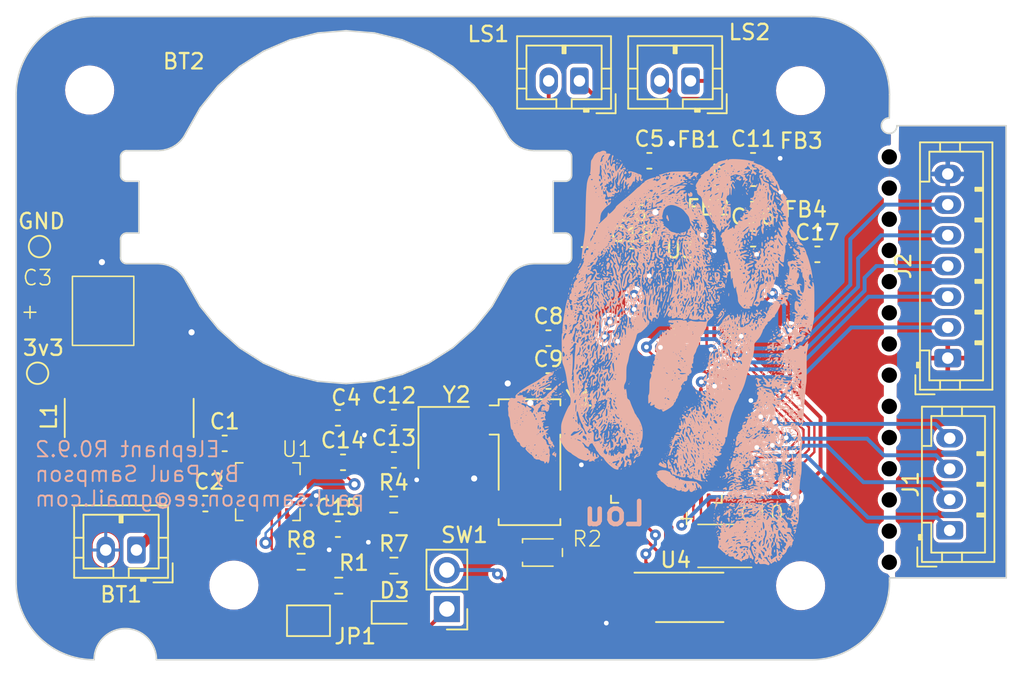
<source format=kicad_pcb>
(kicad_pcb (version 20221018) (generator pcbnew)
  (layers (0 "F.Cu" signal) (31 "B.Cu" signal) (34 "B.Paste" user) (35 "F.Paste" user) (36 "B.SilkS" user "B.Silkscreen") (37 "F.SilkS" user "F.Silkscreen") (38 "B.Mask" user) (39 "F.Mask" user) (44 "Edge.Cuts" user))
  (net 0 "")
  (net 1 "+9V")
  (net 2 "GND")
  (net 3 "+BATT")
  (net 4 "Net-(C2-Pad2)")
  (net 5 "Net-(U1-BST)")
  (net 6 "Net-(C4-Pad2)")
  (net 7 "+3.3V")
  (net 8 "/osc32_in")
  (net 9 "/osc32_out")
  (net 10 "/osc_in")
  (net 11 "Net-(U1-INTVcc)")
  (net 12 "Net-(U1-TR{slash}SS)")
  (net 13 "/spi1_sck")
  (net 14 "/spi1_miso")
  (net 15 "/pwr_aud")
  (net 16 "Net-(D3-K)")
  (net 17 "/spi1_mosi")
  (net 18 "Net-(SW1-A)")
  (net 19 "/osc_out")
  (net 20 "Net-(R2-Pad2)")
  (net 21 "Net-(U1-RT)")
  (net 22 "/sw_tilt")
  (net 23 "Net-(C5-Pad1)")
  (net 24 "/pwr_eeprom")
  (net 25 "Net-(C6-Pad1)")
  (net 26 "Net-(C7-Pad1)")
  (net 27 "Net-(C11-Pad1)")
  (net 28 "/write_eeprom")
  (net 29 "/hold_eeprom")
  (net 32 "Net-(C1-Pad1)")
  (net 33 "Net-(C13-Pad2)")
  (net 34 "Net-(U3-OUTL+)")
  (net 35 "Net-(U3-OUTL-)")
  (net 36 "Net-(U3-OUTR+)")
  (net 37 "Net-(U3-OUTR-)")
  (net 38 "/I2S_master_clock")
  (net 39 "/I2S_word_clock")
  (net 40 "/I2S_bit_clock")
  (net 41 "/I2S_data")
  (net 42 "/I2C_SDA")
  (net 43 "/I2C_SCL")
  (net 44 "/pwr_buck")
  (net 53 "Net-(U5-VCAP1)")
  (net 54 "/uart_tx")
  (net 55 "/uart_rx")
  (net 56 "/uart_cts")
  (net 57 "/uart_rts")
  (net 58 "/jtms_swdio")
  (net 59 "/jtck_swclk")
  (net 60 "/jtdi")
  (net 61 "/jtdo-swo")
  (net 62 "/jtrst")
  (footprint "paul:pinhole" (layer "F.Cu") (at 74.422 29.972)
    (fp_text reference "REF**1")
    (fp_text value "pinhole")
  )
  (footprint "Capacitor_SMD:C_0603_1608Metric" (layer "F.Cu") (at 65.545 31.242)
    (fp_text reference "C16")
    (fp_text value "100nF")
  )
  (footprint "Capacitor_SMD:C_0603_1608Metric" (layer "F.Cu") (at 52.21 40.513)
    (fp_text reference "C9")
    (fp_text value "2pF")
  )
  (footprint "paul:pinhole" (layer "F.Cu") (at 74.422 32.004)
    (fp_text reference "REF**2")
    (fp_text value "pinhole")
  )
  (footprint "Capacitor_SMD:C_0603_1608Metric" (layer "F.Cu") (at 52.21 37.719)
    (fp_text reference "C8")
    (fp_text value "2pF")
  )
  (footprint "Library:Capacitor SMD 2917 (7343 Metric)" (layer "F.Cu") (at 23.193 35.941)
    (fp_text reference "C3")
    (fp_text value "100u")
  )
  (footprint "Package_DFN_QFN:QFN-20-1EP_4x4mm_P0.5mm_EP2.5x2.5mm" (layer "F.Cu") (at 62.5165 35.417)
    (fp_text reference "U3")
    (fp_text value "SSM2518")
  )
  (footprint "Inductor_SMD:L_0402_1005Metric" (layer "F.Cu") (at 61.999 27.94)
    (fp_text reference "FB2")
    (fp_text value "FerriteBead_Small")
  )
  (footprint "Capacitor_SMD:C_0603_1608Metric" (layer "F.Cu") (at 38.825898 45.810898)
    (fp_text reference "C14")
    (fp_text value "1uF")
  )
  (footprint "Inductor_SMD:L_0402_1005Metric" (layer "F.Cu") (at 68.684 26.035)
    (fp_text reference "FB3")
    (fp_text value "FerriteBead_Small")
  )
  (footprint "Capacitor_SMD:C_0603_1608Metric" (layer "F.Cu") (at 29.858 48.502)
    (fp_text reference "C2")
    (fp_text value "1uF")
  )
  (footprint "Inductor_SMD:L_Bourns-SRN8040_8x8.15mm" (layer "F.Cu") (at 24.892 42.92 90)
    (fp_text reference "L1")
    (fp_text value "2.2uH")
  )
  (footprint "Capacitor_SMD:C_0603_1608Metric" (layer "F.Cu") (at 42.140898 45.653898)
    (fp_text reference "C13")
    (fp_text value "4pF")
  )
  (footprint "Connector_PinHeader_2.54mm:PinHeader_1x02_P2.54mm_Vertical" (layer "F.Cu") (at 45.593 55.372 180)
    (fp_text reference "SW1")
    (fp_text value "SW_TILT")
  )
  (footprint "paul:pinhole" (layer "F.Cu") (at 74.422 36.068)
    (fp_text reference "REF**4")
    (fp_text value "pinhole")
  )
  (footprint "Resistor_SMD:R_0603_1608Metric" (layer "F.Cu") (at 42.140898 52.541898)
    (fp_text reference "R7")
    (fp_text value "330 Ω")
  )
  (footprint "paul:pinhole" (layer "F.Cu") (at 74.422 34.036)
    (fp_text reference "REF**3")
    (fp_text value "pinhole")
  )
  (footprint "Capacitor_SMD:C_0603_1608Metric" (layer "F.Cu") (at 38.494 42.914)
    (fp_text reference "C4")
    (fp_text value "1uF")
  )
  (footprint "Package_SO:TSSOP-8_4.4x3mm_P0.65mm" (layer "F.Cu") (at 61.4172 54.61)
    (fp_text reference "U4")
    (fp_text value "M95M04")
  )
  (footprint "paul:pinhole" (layer "F.Cu") (at 74.422 38.1)
    (fp_text reference "REF**5")
    (fp_text value "pinhole")
  )
  (footprint "MountingHole:MountingHole_2.7mm_M2.5" (layer "F.Cu") (at 22.315898 21.553898)
    (fp_text reference "H1")
    (fp_text value "MountingHole")
  )
  (footprint "Capacitor_SMD:C_0603_1608Metric" (layer "F.Cu") (at 38.494 50.165)
    (fp_text reference "C15")
    (fp_text value "10nF")
  )
  (footprint "paul:pinhole" (layer "F.Cu") (at 74.422 27.94)
    (fp_text reference "REF**1")
    (fp_text value "pinhole")
  )
  (footprint "MountingHole:MountingHole_2.7mm_M2.5" (layer "F.Cu") (at 68.644 21.59)
    (fp_text reference "H2" hide)
    (fp_text value "MountingHole" hide)
  )
  (footprint "Crystal:Crystal_SMD_3225-4Pin_3.2x2.5mm" (layer "F.Cu") (at 45.390898 44.202898 -90)
    (fp_text reference "Y2")
    (fp_text value "16MHz, 7pF, 60Ω")
  )
  (footprint "Package_DFN_QFN:QFN-48-1EP_7x7mm_P0.5mm_EP5.6x5.6mm" (layer "F.Cu") (at 59.9 44.8395)
    (fp_text reference "U5" hide)
    (fp_text value "STM32F401CCUx")
  )
  (footprint "Capacitor_SMD:C_0603_1608Metric" (layer "F.Cu") (at 58.788 26.162)
    (fp_text reference "C5")
    (fp_text value "470pF")
  )
  (footprint "paul:pinhole" (layer "F.Cu") (at 74.422 46.228)
    (fp_text reference "REF**9")
    (fp_text value "pinhole")
  )
  (footprint "Battery:BatteryHolder_Keystone_1057_1x2032" (layer "F.Cu") (at 39.026 29.183 180)
    (fp_text reference "BT2")
    (fp_text value "Coin Cell")
    (fp_line (start -14.7 -2.08505) (end -14.7 -3.285) (stroke (width 0.1)) (layer "Edge.Cuts"))
    (fp_line (start -14.7 3.284899) (end -14.7 2.084949) (stroke (width 0.1)) (layer "Edge.Cuts"))
    (fp_line (start -14.3 -3.685) (end -12.244621 -3.685) (stroke (width 0.1)) (layer "Edge.Cuts"))
    (fp_line (start -14.3 1.684949) (end -13.5 1.684949) (stroke (width 0.1)) (layer "Edge.Cuts"))
    (fp_line (start -13.5 -1.68505) (end -14.3 -1.68505) (stroke (width 0.1)) (layer "Edge.Cuts"))
    (fp_line (start -13.5 1.684949) (end -13.5 -1.68505) (stroke (width 0.1)) (layer "Edge.Cuts"))
    (fp_line (start -12.244621 -3.685) (end -11.921437 -3.711285) (stroke (width 0.1)) (layer "Edge.Cuts"))
    (fp_line (start -12.244621 3.684999) (end -14.3 3.684899) (stroke (width 0.1)) (layer "Edge.Cuts"))
    (fp_line (start -11.921437 -3.711285) (end -11.606747 -3.789448) (stroke (width 0.1)) (layer "Edge.Cuts"))
    (fp_line (start -11.921437 3.711284) (end -12.244621 3.684999) (stroke (width 0.1)) (layer "Edge.Cuts"))
    (fp_line (start -11.606747 -3.789448) (end -11.308824 -3.917435) (stroke (width 0.1)) (layer "Edge.Cuts"))
    (fp_line (start -11.606747 3.789447) (end -11.921437 3.711284) (stroke (width 0.1)) (layer "Edge.Cuts"))
    (fp_line (start -11.308824 -3.917435) (end -11.035498 -4.091883) (stroke (width 0.1)) (layer "Edge.Cuts"))
    (fp_line (start -11.308824 3.917434) (end -11.606747 3.789447) (stroke (width 0.1)) (layer "Edge.Cuts"))
    (fp_line (start -11.035498 -4.091883) (end -10.793954 -4.308205) (stroke (width 0.1)) (layer "Edge.Cuts"))
    (fp_line (start -11.035498 4.091882) (end -11.308824 3.917434) (stroke (width 0.1)) (layer "Edge.Cuts"))
    (fp_line (start -10.793954 -4.308205) (end -10.59054 -4.560716) (stroke (width 0.1)) (layer "Edge.Cuts"))
    (fp_line (start -10.793954 4.308204) (end -11.035498 4.091882) (stroke (width 0.1)) (layer "Edge.Cuts"))
    (fp_line (start -10.59054 -4.560716) (end -10.430603 -4.842778) (stroke (width 0.1)) (layer "Edge.Cuts"))
    (fp_line (start -10.59054 4.560715) (end -10.793954 4.308204) (stroke (width 0.1)) (layer "Edge.Cuts"))
    (fp_line (start -10.430603 -4.842778) (end -9.510966 -6.464636) (stroke (width 0.1)) (layer "Edge.Cuts"))
    (fp_line (start -10.430603 4.842777) (end -10.59054 4.560715) (stroke (width 0.1)) (layer "Edge.Cuts"))
    (fp_line (start -9.510966 -6.464636) (end -8.341335 -7.916572) (stroke (width 0.1)) (layer "Edge.Cuts"))
    (fp_line (start -9.510966 6.464635) (end -10.430603 4.842777) (stroke (width 0.1)) (layer "Edge.Cuts"))
    (fp_line (start -8.341335 -7.916572) (end -6.952454 -9.160424) (stroke (width 0.1)) (layer "Edge.Cuts"))
    (fp_line (start -8.341335 7.916571) (end -9.510966 6.464635) (stroke (width 0.1)) (layer "Edge.Cuts"))
    (fp_line (start -6.952454 -9.160424) (end -5.38083 -10.163496) (stroke (width 0.1)) (layer "Edge.Cuts"))
    (fp_line (start -6.952454 9.160423) (end -8.341335 7.916571) (stroke (width 0.1)) (layer "Edge.Cuts"))
    (fp_line (start -5.38083 -10.163496) (end -3.667773 -10.899424) (stroke (width 0.1)) (layer "Edge.Cuts"))
    (fp_line (start -5.38083 10.163495) (end -6.952454 9.160423) (stroke (width 0.1)) (layer "Edge.Cuts"))
    (fp_line (start -3.667773 -10.899424) (end -1.858308 -11.348863) (stroke (width 0.1)) (layer "Edge.Cuts"))
    (fp_line (start -3.667773 10.899423) (end -5.38083 10.163495) (stroke (width 0.1)) (layer "Edge.Cuts"))
    (fp_line (start -1.858308 -11.348863) (end 0 -11.5) (stroke (width 0.1)) (layer "Edge.Cuts"))
    (fp_line (start -1.858308 11.348862) (end -3.667773 10.899423) (stroke (width 0.1)) (layer "Edge.Cuts"))
    (fp_line (start 0 -11.5) (end 1.858309 -11.348863) (stroke (width 0.1)) (layer "Edge.Cuts"))
    (fp_line (start 0 11.499999) (end -1.858308 11.348862) (stroke (width 0.1)) (layer "Edge.Cuts"))
    (fp_line (start 1.858309 -11.348863) (end 3.667774 -10.899424) (stroke (width 0.1)) (layer "Edge.Cuts"))
    (fp_line (start 1.858309 11.348862) (end 0 11.499999) (stroke (width 0.1)) (layer "Edge.Cuts"))
    (fp_line (start 3.667774 -10.899424) (end 5.380831 -10.163496) (stroke (width 0.1)) (layer "Edge.Cuts"))
    (fp_line (start 3.667774 10.899423) (end 1.858309 11.348862) (stroke (width 0.1)) (layer "Edge.Cuts"))
    (fp_line (start 5.380831 -10.163496) (end 6.952455 -9.160424) (stroke (width 0.1)) (layer "Edge.Cuts"))
    (fp_line (start 5.380831 10.163495) (end 3.667774 10.899423) (stroke (width 0.1)) (layer "Edge.Cuts"))
    (fp_line (start 6.952455 -9.160424) (end 8.341336 -7.916572) (stroke (width 0.1)) (layer "Edge.Cuts"))
    (fp_line (start 6.952455 9.160423) (end 5.380831 10.163495) (stroke (width 0.1)) (layer "Edge.Cuts"))
    (fp_line (start 8.341336 -7.916572) (end 9.510967 -6.464636) (stroke (width 0.1)) (layer "Edge.Cuts"))
    (fp_line (start 8.341336 7.916571) (end 6.952455 9.160423) (stroke (width 0.1)) (layer "Edge.Cuts"))
    (fp_line (start 9.510967 -6.464636) (end 10.430604 -4.842778) (stroke (width 0.1)) (layer "Edge.Cuts"))
    (fp_line (start 9.510967 6.464635) (end 8.341336 7.916571) (stroke (width 0.1)) (layer "Edge.Cuts"))
    (fp_line (start 10.430604 -4.842778) (end 10.590541 -4.560716) (stroke (width 0.1)) (layer "Edge.Cuts"))
    (fp_line (start 10.430604 4.842777) (end 9.510967 6.464635) (stroke (width 0.1)) (layer "Edge.Cuts"))
    (fp_line (start 10.590541 -4.560716) (end 10.793955 -4.308205) (stroke (width 0.1)) (layer "Edge.Cuts"))
    (fp_line (start 10.590541 4.560715) (end 10.430604 4.842777) (stroke (width 0.1)) (layer "Edge.Cuts"))
    (fp_line (start 10.793955 -4.308205) (end 11.035499 -4.091883) (stroke (width 0.1)) (layer "Edge.Cuts"))
    (fp_line (start 10.793955 4.308204) (end 10.590541 4.560715) (stroke (width 0.1)) (layer "Edge.Cuts"))
    (fp_line (start 11.035499 -4.091883) (end 11.308825 -3.917435) (stroke (width 0.1)) (layer "Edge.Cuts"))
    (fp_line (start 11.035499 4.091882) (end 10.793955 4.308204) (stroke (width 0.1)) (layer "Edge.Cuts"))
    (fp_line (start 11.308825 -3.917435) (end 11.606748 -3.789448) (stroke (width 0.1)) (layer "Edge.Cuts"))
    (fp_line (start 11.308825 3.917434) (end 11.035499 4.091882) (stroke (width 0.1)) (layer "Edge.Cuts"))
    (fp_line (start 11.606748 -3.789448) (end 11.921438 -3.711285) (stroke (width 0.1)) (layer "Edge.Cuts"))
    (fp_line (start 11.606748 3.789447) (end 11.308825 3.917434) (stroke (width 0.1)) (layer "Edge.Cuts"))
    (fp_line (start 11.921438 -3.711285) (end 12.244622 -3.685) (stroke (width 0.1)) (layer "Edge.Cuts"))
    (fp_line (start 11.921438 3.711284) (end 11.606748 3.789447) (stroke (width 0.1)) (layer "Edge.Cuts"))
    (fp_line (start 12.244622 -3.685) (end 14.3 -3.685) (stroke (width 0.1)) (layer "Edge.Cuts"))
    (fp_line (start 12.244622 3.684999) (end 11.921438 3.711284) (stroke (width 0.1)) (layer "Edge.Cuts"))
    (fp_line (start 13.5 -1.68505) (end 13.5 1.684949) (stroke (width 0.1)) (layer "Edge.Cuts"))
    (fp_line (start 13.5 1.684949) (end 14.3 1.68505) (stroke (width 0.1)) (layer "Edge.Cuts"))
    (fp_line (start 14.3 -1.68505) (end 13.5 -1.68505) (stroke (width 0.1)) (layer "Edge.Cuts"))
    (fp_line (start 14.3 3.682793) (end 12.244622 3.684999) (stroke (width 0.1)) (layer "Edge.Cuts"))
    (fp_line (start 14.7 -3.285) (end 14.7 -2.08505) (stroke (width 0.1)) (layer "Edge.Cuts"))
    (fp_line (start 14.7 2.082843) (end 14.7 3.282793) (stroke (width 0.1)) (layer "Edge.Cuts"))
    (fp_arc (start -14.7 -3.285) (mid -14.582843 -3.567843) (end -14.3 -3.685) (stroke (width 0.1)) (layer "Edge.Cuts"))
    (fp_arc (start -14.7 2.084949) (mid -14.582843 1.802106) (end -14.3 1.684949) (stroke (width 0.1)) (layer "Edge.Cuts"))
    (fp_arc (start -14.3 -1.68505) (mid -14.582843 -1.802207) (end -14.7 -2.08505) (stroke (width 0.1)) (layer "Edge.Cuts"))
    (fp_arc (start -14.3 3.684899) (mid -14.582843 3.567742) (end -14.7 3.284899) (stroke (width 0.1)) (layer "Edge.Cuts"))
    (fp_arc (start 14.3 -3.685) (mid 14.582843 -3.567843) (end 14.7 -3.285) (stroke (width 0.1)) (layer "Edge.Cuts"))
    (fp_arc (start 14.3 1.68505) (mid 14.582843 1.802207) (end 14.7 2.08505) (stroke (width 0.1)) (layer "Edge.Cuts"))
    (fp_arc (start 14.7 -2.08505) (mid 14.582843 -1.802207) (end 14.3 -1.68505) (stroke (width 0.1)) (layer "Edge.Cuts"))
    (fp_arc (start 14.7 3.282793) (mid 14.582843 3.565636) (end 14.3 3.682793) (stroke (width 0.1)) (layer "Edge.Cuts"))
  )
  (footprint "Capacitor_SMD:C_0603_1608Metric" (layer "F.Cu") (at 65.545 26.162)
    (fp_text reference "C11")
    (fp_text value "470pF")
  )
  (footprint "Capacitor_SMD:C_0603_1608Metric" (layer "F.Cu") (at 57.671 32.385)
    (fp_text reference "C18")
    (fp_text value "100nF")
  )
  (footprint "Connector_JST:JST_PH_B2B-PH-K_1x02_P2.00mm_Vertical" (layer "F.Cu") (at 61.468 20.955 180)
    (fp_text reference "LS2")
    (fp_text value "Speaker")
  )
  (footprint "MountingHole:MountingHole_2.7mm_M2.5" (layer "F.Cu") (at 31.713898 53.811898)
    (fp_text reference "H4")
    (fp_text value "MountingHole")
  )
  (footprint "paul:pinhole" (layer "F.Cu") (at 74.422 40.132)
    (fp_text reference "REF**6")
    (fp_text value "pinhole")
  )
  (footprint "Jumper:SolderJumper-2_P1.3mm_Open_Pad1.0x1.5mm" (layer "F.Cu") (at 36.576 56.134)
    (fp_text reference "JP1")
    (fp_text value "SolderJumper_2_Open")
  )
  (footprint "paul:pinhole" (layer "F.Cu") (at 74.422 50.292)
    (fp_text reference "REF**11")
    (fp_text value "pinhole")
  )
  (footprint "Capacitor_SMD:C_0603_1608Metric" (layer "F.Cu") (at 42.140898 42.889898)
    (fp_text reference "C12")
    (fp_text value "4pF")
  )
  (footprint "LED_SMD:LED_0603_1608Metric" (layer "F.Cu") (at 42.180898 55.589898)
    (fp_text reference "D3")
    (fp_text value "LED")
  )
  (footprint "paul:pinhole" (layer "F.Cu") (at 74.422 42.164)
    (fp_text reference "REF**7")
    (fp_text value "pinhole")
  )
  (footprint "Resistor_SMD:R_0603_1608Metric" (layer "F.Cu") (at 38.545 53.848)
    (fp_text reference "R1")
    (fp_text value "10k")
  )
  (footprint "MountingHole:MountingHole_2.7mm_M2.5" (layer "F.Cu") (at 68.644 53.848)
    (fp_text reference "H3" hide)
    (fp_text value "MountingHole")
  )
  (footprint "paul:pinhole" (layer "F.Cu") (at 74.422 52.324)
    (fp_text reference "REF**12")
    (fp_text value "pinhole")
  )
  (footprint "Connector_JST:JST_PH_B2B-PH-K_1x02_P2.00mm_Vertical" (layer "F.Cu") (at 54.229 20.955 180)
    (fp_text reference "LS1")
    (fp_text value "Speaker")
  )
  (footprint "Crystal:Crystal_SMD_Abracon_ABS25-4Pin_8.0x3.8mm" (layer "F.Cu") (at 50.978 45.803)
    (fp_text reference "Y1")
    (fp_text value "32.768kHz, 6pF, 50kΩ")
  )
  (footprint "Resistor_SMD:R_0603_1608Metric" (layer "F.Cu") (at 42.126796 48.56104)
    (fp_text reference "R4")
    (fp_text value "2.4kΩ")
  )
  (footprint "Capacitor_SMD:C_0603_1608Metric" (layer "F.Cu") (at 69.736 32.258)
    (fp_text reference "C17")
    (fp_text value "4.7uF")
  )
  (footprint "paul:pinhole" (layer "F.Cu") (at 74.422 48.26)
    (fp_text reference "REF**10")
    (fp_text value "pinhole")
  )
  (footprint "TestPoint:TestPoint_Pad_D1.0mm" (layer "F.Cu") (at 19.05 31.75)
    (fp_text reference "TP2")
    (fp_text value "GND")
  )
  (footprint "Connector_JST:JST_PH_B2B-PH-K_1x02_P2.00mm_Vertical" (layer "F.Cu") (at 25.363898 51.525898 180)
    (fp_text reference "BT1")
    (fp_text value "9v Battery")
  )
  (footprint "Resistor_SMD:R_0603_1608Metric" (layer "F.Cu") (at 36.095898 52.287898)
    (fp_text reference "R8")
    (fp_text value "17.8k")
  )
  (footprint "TestPoint:TestPoint_Pad_D1.0mm" (layer "F.Cu") (at 18.923 40.005)
    (fp_text reference "TP1")
    (fp_text value "3v3")
  )
  (footprint "" (layer "F.Cu") (at 74.422 25.908)
    (fp_text reference "")
    (fp_text value "")
  )
  (footprint "paul:pinhole" (layer "F.Cu") (at 74.422 44.196)
    (fp_text reference "REF**8")
    (fp_text value "pinhole")
  )
  (footprint "Capacitor_SMD:C_0603_1608Metric" (layer "F.Cu") (at 65.545 28.321)
    (fp_text reference "C7")
    (fp_text value "470pF")
  )
  (footprint "Connector_JST:JST_PH_B4B-PH-K_1x04_P2.00mm_Vertical" (layer "F.Cu") (at 78.359 50.244 90)
    (fp_text reference "J1")
    (fp_text value "Conn_01x04_Pin")
  )
  (footprint "Capacitor_SMD:C_0603_1608Metric" (layer "F.Cu") (at 58.788 28.194)
    (fp_text reference "C6")
    (fp_text value "470pF")
  )
  (footprint "Inductor_SMD:L_0402_1005Metric" (layer "F.Cu") (at 68.684 28.025)
    (fp_text reference "FB4")
    (fp_text value "FerriteBead_Small")
  )
  (footprint "paul:1411 (3528 Metric)" (layer "F.Cu") (at 63.7032 51.2572)
    (fp_text reference "C10")
    (fp_text value "4.7uF,<1Ω")
  )
  (footprint "paul:TC42 – 2 mm SMD Trimpot - Bournes" (layer "F.Cu") (at 51.623 51.689 90)
    (fp_text reference "R2")
    (fp_text value "500Ω")
  )
  (footprint "Connector_JST:JST_PH_B7B-PH-K_1x07_P2.00mm_Vertical" (layer "F.Cu") (at 78.232 39.02 90)
    (fp_text reference "J2")
    (fp_text value "Conn_01x07_Pin")
  )
  (footprint "Capacitor_SMD:C_0603_1608Metric" (layer "F.Cu") (at 31.115 44.577)
    (fp_text reference "C1")
    (fp_text value "1uF")
  )
  (footprint "Inductor_SMD:L_0402_1005Metric" (layer "F.Cu") (at 61.999 25.95)
    (fp_text reference "FB1")
    (fp_text value "FerriteBead_Small")
  )
  (footprint "paul:LT8640" (layer "F.Cu") (at 33.929 47.724)
    (fp_text reference "U1")
    (fp_text value "LT8640")
  )
  (footprint "LOGO" (layer "B.Cu") (at 59.563 38.989 180)
    (fp_text reference "G***" hide)
    (fp_text value "Lou")
  )
  (gr_arc (start 22.606 58.674) (mid 24.638 56.642) (end 26.67 58.674) (stroke (width 0.1)) (layer "Edge.Cuts"))
  (gr_line (start 17.526 53.594) (end 17.526 21.844) (stroke (width 0.1)) (layer "Edge.Cuts"))
  (gr_line (start 82.030102 23.876) (end 74.918241 23.876) (stroke (width 0.1)) (layer "Edge.Cuts"))
  (gr_arc (start 74.918241 23.876) (mid 74.046611 24.231077) (end 74.422 23.368) (stroke (width 0.1)) (layer "Edge.Cuts"))
  (gr_arc (start 17.526 21.844) (mid 19.013898 18.251898) (end 22.606 16.764) (stroke (width 0.1)) (layer "Edge.Cuts"))
  (gr_arc (start 74.433898 53.594002) (mid 72.946002 57.186106) (end 69.353898 58.674002) (stroke (width 0.1)) (layer "Edge.Cuts"))
  (gr_line (start 22.606 16.764) (end 69.353898 16.763998) (stroke (width 0.1)) (layer "Edge.Cuts"))
  (gr_arc (start 22.606 58.674) (mid 19.013898 57.186102) (end 17.526 53.594) (stroke (width 0.1)) (layer "Edge.Cuts"))
  (gr_line (start 82.042 53.34) (end 82.030102 23.876) (stroke (width 0.1)) (layer "Edge.Cuts"))
  (gr_arc (start 69.353898 16.763998) (mid 72.946002 18.251895) (end 74.433898 21.843998) (stroke (width 0.1)) (layer "Edge.Cuts"))
  (gr_line (start 74.433898 53.34) (end 82.042 53.34) (stroke (width 0.1)) (layer "Edge.Cuts"))
  (gr_line (start 74.433898 21.843998) (end 74.422 23.368) (stroke (width 0.1)) (layer "Edge.Cuts"))
  (gr_line (start 69.353898 58.674002) (end 26.67 58.674) (stroke (width 0.1)) (layer "Edge.Cuts"))
  (gr_line (start 74.433898 53.594002) (end 74.433898 53.34) (stroke (width 0.1)) (layer "Edge.Cuts"))
  (gr_text "Elephant R0.9.2\nBy Paul Sampson\npaul.sampson.ee@gmail.com\n" (at 18.669 48.768) (layer "B.SilkS") (effects (font (size 1 1) (thickness 0.125)) (justify right bottom mirror)))
  (segment (start 29.083 49.149) (end 30.443898 50.509898) (width 0.635) (layer "F.Cu") (net 1))
  (segment (start 30.443898 50.509898) (end 32.543102 50.509898) (width 0.635) (layer "F.Cu") (net 1))
  (segment (start 35.926 54.722) (end 33.1358 51.9318) (width 0.1524) (layer "F.Cu") (net 1))
  (segment (start 33.679 46.887) (end 33.679 46.299) (width 0.2032) (layer "F.Cu") (net 1))
  (segment (start 29.083 48.502) (end 29.083 49.149) (width 0.635) (layer "F.Cu") (net 1))
  (segment (start 31.89 44.577) (end 31.957 44.577) (width 0.1524) (layer "F.Cu") (net 1))
  (segment (start 34.0736 48.2012) (end 34.0736 47.2816) (width 0.2032) (layer "F.Cu") (net 1))
  (segment (start 34.0736 47.2816) (end 33.679 46.887) (width 0.2032) (layer "F.Cu") (net 1))
  (segment (start 30.443898 50.509898) (end 26.379898 50.509898) (width 0.635) (layer "F.Cu") (net 1))
  (segment (start 33.1445 49.9085) (end 33.5665 49.4865) (width 0.635) (layer "F.Cu") (net 1))
  (segment (start 35.926 54.722) (end 35.926 56.134) (width 0.1524) (layer "F.Cu") (net 1))
  (segment (start 26.379898 50.509898) (end 25.363898 51.525898) (width 0.635) (layer "F.Cu") (net 1))
  (segment (start 33.1358 49.9172) (end 33.1445 49.9085) (width 0.1524) (layer "F.Cu") (net 1))
  (segment (start 33.5665 49.4865) (end 33.5665 49.2615) (width 0.635) (layer "F.Cu") (net 1))
  (segment (start 33.679 48.5958) (end 34.0736 48.2012) (width 0.2032) (layer "F.Cu") (net 1))
  (segment (start 32.543102 50.509898) (end 33.1445 49.9085) (width 0.635) (layer "F.Cu") (net 1))
  (segment (start 33.1358 51.9318) (end 33.1358 49.9172) (width 0.1524) (layer "F.Cu") (net 1))
  (segment (start 33.679 49.149) (end 33.679 49.374) (width 0.2032) (layer "F.Cu") (net 1))
  (segment (start 31.957 44.577) (end 33.679 46.299) (width 0.1524) (layer "F.Cu") (net 1))
  (segment (start 33.679 49.149) (end 33.679 48.5958) (width 0.2032) (layer "F.Cu") (net 1))
  (segment (start 22.352 32.1) (end 23.018 32.766) (width 0.635) (layer "F.Cu") (net 2))
  (segment (start 70.511 32.258) (end 70.511 31.268) (width 0.254) (layer "F.Cu") (net 2))
  (segment (start 46.740898 43.102898) (end 46.240898 43.102898) (width 0.254) (layer "F.Cu") (net 2))
  (segment (start 39.600898 45.810898) (end 41.208898 45.810898) (width 0.254) (layer "F.Cu") (net 2))
  (segment (start 35.854 47.974) (end 37.078 47.974) (width 0.254) (layer "F.Cu") (net 2))
  (segment (start 62.5165 38.159794) (end 62.5165 37.3545) (width 0.1524) (layer "F.Cu") (net 2))
  (segment (start 37.831302 52.287898) (end 36.920898 52.287898) (width 0.254) (layer "F.Cu") (net 2))
  (segment (start 59.9 45.536932) (end 62.15 47.786932) (width 0.254) (layer "F.Cu") (net 2))
  (segment (start 62.15 47.786932) (end 62.15 48.277) (width 0.254) (layer "F.Cu") (net 2))
  (segment (start 51.435 40.513) (end 51.435 41.529) (width 0.25) (layer "F.Cu") (net 2))
  (segment (start 59.15 41.402) (end 59.15 40.911932) (width 0.254) (layer "F.Cu") (net 2))
  (segment (start 62.5165 32.4795) (end 62.992 32.004) (width 0.254) (layer "F.Cu") (net 2))
  (segment (start 59.563 28.194) (end 59.563 29.1338) (width 0.25) (layer "F.Cu") (net 2))
  (segment (start 20.193 31.75) (end 21.082 31.75) (width 0.635) (layer "F.Cu") (net 2))
  (segment (start 52.578 48.553) (end 49.378 48.553) (width 0.254) (layer "F.Cu") (net 2))
  (segment (start 57.65 41.402) (end 57.65 42.5895) (width 0.254) (layer "F.Cu") (net 2))
  (segment (start 57.4356 40.0526) (end 57.65 40.267) (width 0.254) (layer "F.Cu") (net 2))
  (segment (start 51.435 41.529) (end 51.0286 41.9354) (width 0.25) (layer "F.Cu") (net 2))
  (segment (start 26.193 35.941) (end 27.559 35.941) (width 0.635) (layer "F.Cu") (net 2))
  (segment (start 44.540898 46.064898) (end 43.905898 46.699898) (width 0.254) (layer "F.Cu") (net 2))
  (segment (start 65.865 31.242) (end 65.865 32.179) (width 0.254) (layer "F.Cu") (net 2))
  (segment (start 57.65 42.5895) (end 59.9 44.8395) (width 0.254) (layer "F.Cu") (net 2))
  (segment (start 66.32 26.162) (end 67.1479 26.162) (width 0.25) (layer "F.Cu") (net 2))
  (segment (start 67.1479 26.162) (end 67.31 25.9999) (width 0.25) (layer "F.Cu") (net 2))
  (segment (start 39.1668 50.3428) (end 39.1668 50.9524) (width 0.254) (layer "F.Cu") (net 2))
  (segment (start 22.86 29.083) (end 20.193 31.75) (width 0.635) (layer "F.Cu") (net 2))
  (segment (start 66.32 28.321) (end 67.229001 28.321) (width 0.25) (layer "F.Cu") (net 2))
  (segment (start 62.5165 35.417) (end 62.595 35.417) (width 0.254) (layer "F.Cu") (net 2))
  (segment (start 60.04372 35.417) (end 58.7793 34.15258) (width 0.254) (layer "F.Cu") (net 2))
  (segment (start 59.563 26.162) (end 59.563 25.7048) (width 0.25) (layer "F.Cu") (net 2))
  (segment (start 59.9 44.8395) (end 59.9 42.642068) (width 0.254) (layer "F.Cu") (net 2))
  (segment (start 41.208898 45.810898) (end 41.365898 45.653898) (width 0.254) (layer "F.Cu") (net 2))
  (segment (start 23.876 29.083) (end 22.86 29.083) (width 0.635) (layer "F.Cu") (net 2))
  (segment (start 59.9 42.642068) (end 59.15 41.892068) (width 0.254) (layer "F.Cu") (net 2))
  (segment (start 39.1668 50.3428) (end 39.841898 51.017898) (width 0.254) (layer "F.Cu") (net 2))
  (segment (start 19.05 31.75) (end 20.193 31.75) (width 0.635) (layer "F.Cu") (net 2))
  (segment (start 47.688 46.863) (end 47.371 46.863) (width 0.254) (layer "F.Cu") (net 2))
  (segment (start 65.865 32.179) (end 65.786 32.258) (width 0.254) (layer "F.Cu") (net 2))
  (segment (start 21.082 31.75) (end 22.002 31.75) (width 0.635) (layer "F.Cu") (net 2))
  (segment (start 23.876 29.083) (end 24.0085 29.2155) (width 0.635) (layer "F.Cu") (net 2))
  (segment (start 57.121257 40.0526) (end 57.4356 40.0526) (width 0.254) (layer "F.Cu") (net 2))
  (segment (start 59.9 44.8395) (end 59.9 45.536932) (width 0.254) (layer "F.Cu") (net 2))
  (segment (start 62.0165 33.4795) (end 62.0165 31.2015) (width 0.254) (layer "F.Cu") (net 2))
  (segment (start 58.446 32.385) (end 58.446 33.3217) (width 0.25) (layer "F.Cu") (net 2))
  (segment (start 63.3375 42.5895) (end 64.5985 42.5895) (width 0.1524) (layer "F.Cu") (net 2))
  (segment (start 38.8366 51.2826) (end 37.831302 52.287898) (width 0.254) (layer "F.Cu") (net 2))
  (segment (start 63.5508 49.6316) (end 62.3824 49.6316) (width 0.1524) (layer "F.Cu") (net 2))
  (segment (start 57.65 40.267) (end 57.65 41.402) (width 0.254) (layer "F.Cu") (net 2))
  (segment (start 54.7405 45.5895) (end 54.356 45.974) (width 0.254) (layer "F.Cu") (net 2))
  (segment (start 39.600898 45.810898) (end 39.600898 44.654898) (width 0.254) (layer "F.Cu") (net 2))
  (segment (start 56.7214 39.652743) (end 57.121257 40.0526) (width 0.254) (layer "F.Cu") (net 2))
  (segment (start 58.446 33.3217) (end 58.7793 33.655) (width 0.25) (layer "F.Cu") (net 2))
  (segment (start 43.905898 46.699898) (end 43.651898 46.953898) (width 0.254) (layer "F.Cu") (net 2))
  (segment (start 58.7793 34.15258) (end 58.7793 33.655) (width 0.254) (layer "F.Cu") (net 2))
  (segment (start 70.511 31.268) (end 69.85 30.607) (width 0.254) (layer "F.Cu") (net 2))
  (segment (start 62.819959 38.463253) (end 62.5165 38.159794) (width 0.1524) (layer "F.Cu") (net 2))
  (segment (start 64.5985 42.5895) (end 65.405 41.783) (width 0.1524) (layer "F.Cu") (net 2))
  (segment (start 67.229001 28.321) (end 67.348901 28.2011) (width 0.25) (layer "F.Cu") (net 2))
  (segment (start 56.683 55.585) (end 58.5547 55.585) (width 0.254) (layer "F.Cu") (net 2))
  (segment (start 64.9732 51.054) (end 63.5508 49.6316) (width 0.1524) (layer "F.Cu") (net 2))
  (segment (start 62.595 35.417) (end 64.77 37.592) (width 0.254) (layer "F.Cu") (net 2))
  (segment (start 59.563 29.1338) (end 59.182 29.5148) (width 0.25) (layer "F.Cu") (net 2))
  (segment (start 49.5589 40.6689) (end 49.5589 40.0269) (width 0.2032) (layer "F.Cu") (net 2))
  (segment (start 62.992 32.004) (end 63.0165 32.0285) (width 0.254) (layer "F.Cu") (net 2))
  (segment (start 62.0165 31.2015) (end 62.23 30.988) (width 0.254) (layer "F.Cu") (net 2))
  (segment (start 59.15 45.5895) (end 56.4625 45.5895) (width 0.254) (layer "F.Cu") (net 2))
  (segment (start 63.3375 42.5895) (end 62.15 42.5895) (width 0.254) (layer "F.Cu") (net 2))
  (segment (start 48.7969 41.4309) (end 47.124902 43.102898) (width 0.2032) (layer "F.Cu") (net 2))
  (segment (start 59.563 25.7048) (end 60.2488 25.019) (width 0.25) (layer "F.Cu") (net 2))
  (segment (start 62.3824 49.6316) (end 62.15 49.3992) (width 0.1524) (layer "F.Cu") (net 2))
  (segment (start 44.540898 45.302898) (end 44.540898 46.064898) (width 0.254) (layer "F.Cu") (net 2))
  (segment (start 38.8366 51.2826) (end 38.6077 51.5115) (width 0.254) (layer "F.Cu") (net 2))
  (segment (start 39.600898 44.654898) (end 41.365898 42.889898) (width 0.254) (layer "F.Cu") (net 2))
  (segment (start 59.15 41.892068) (end 59.15 41.402) (width 0.254) (layer "F.Cu") (net 2))
  (segment (start 51.435 38.1508) (end 51.435 37.719) (width 0.2032) (layer "F.Cu") (net 2))
  (segment (start 64.454 37.276) (end 64.77 37.592) (width 0.1524) (layer "F.Cu") (net 2))
  (segment (start 65.3056 51.054) (end 64.9732 51.054) (width 0.1524) (layer "F.Cu") (net 2))
  (segment (start 64.454 36.417) (end 64.454 37.276) (width 0.1524) (layer "F.Cu") (net 2))
  (segment (start 39.600898 45.810898) (end 39.757898 45.653898) (width 0.254) (layer "F.Cu") (net 2))
  (segment (start 62.5165 33.4795) (end 62.5165 32.4795) (width 0.254) (layer "F.Cu") (net 2))
  (segment (start 39.1668 50.9524) (end 38.8366 51.2826) (width 0.254) (layer "F.Cu") (net 2))
  (segment (start 27.559 35.941) (end 28.956 37.338) (width 0.635) (layer "F.Cu") (net 2))
  (segment (start 41.441898 51.017898) (end 42.965898 52.541898) (width 0.254) (layer "F.Cu") (net 2))
  (segment (start 23.018 32.766) (end 23.114 32.766) (width 0.635) (layer "F.Cu") (net 2))
  (segment (start 37.078 47.974) (end 39.269 50.165) (width 0.254) (layer "F.Cu") (net 2))
  (segment (start 62.15 49.3992) (end 62.15 48.277) (width 0.1524) (layer "F.Cu") (net 2))
  (segment (start 55.9816 56.2864) (end 56.683 55.585) (width 0.254) (layer "F.Cu") (net 2))
  (segment (start 49.7148 40.513) (end 48.7969 41.4309) (width 0.2032) (layer "F.Cu") (net 2))
  (segment (start 43.651898 46.953898) (end 43.626498 46.953898) (width 0.254) (layer "F.Cu") (net 2))
  (segment (start 39.841898 51.017898) (end 41.441898 51.017898) (width 0.254) (layer "F.Cu") (net 2))
  (segment (start 59.15 40.911932) (end 56.7214 38.483332) (width 0.254) (layer "F.Cu") (net 2))
  (segment (start 60.579 35.417) (end 60.04372 35.417) (width 0.254) (layer "F.Cu") (net 2))
  (segment (start 49.5589 40.0269) (end 51.435 38.1508) (width 0.2032) (layer "F.Cu") (net 2))
  (segment (start 47.124902 43.102898) (end 46.240898 43.102898) (width 0.2032) (layer "F.Cu") (net 2))
  (segment (start 38.6077 51.5115) (end 37.9225 51.5115) (width 0.254) (layer "F.Cu") (net 2))
  (segment (start 49.378 48.553) (end 47.688 46.863) (width 0.254) (layer "F.Cu") (net 2))
  (segment (start 56.7214 38.483332) (end 56.7214 37.9254) (width 0.254) (layer "F.Cu") (net 2))
  (segment (start 63.0165 32.0285) (end 63.0165 33.4795) (width 0.254) (layer "F.Cu") (net 2))
  (segment (start 62.15 42.5895) (end 59.9 44.8395) (width 0.254) (layer "F.Cu") (net 2))
  (segment (start 56.4625 45.5895) (end 54.7405 45.5895) (width 0.254) (layer "F.Cu") (net 2))
  (segment (start 38.989 50.165) (end 39.1668 50.3428) (width 0.254) (layer "F.Cu") (net 2))
  (segment (start 22.002 31.75) (end 22.352 32.1) (width 0.635) (layer "F.Cu") (net 2))
  (segment (start 56.7214 37.9254) (end 56.7214 39.652743) (width 0.254) (layer "F.Cu") (net 2))
  (via (at 43.626498 46.953898) (size 0.7112) (drill 0.3048) (layers "F.Cu" "B.Cu") (net 2))
  (via (at 40.476898 51.017898) (size 0.7112) (drill 0.3048) (layers "F.Cu" "B.Cu") (net 2))
  (via (at 40.222898 44.032898) (size 0.7112) (drill 0.3048) (layers "F.Cu" "B.Cu") (net 2))
  (via (at 60.2488 25.019) (size 0.8) (drill 0.4) (layers "F.Cu" "B.Cu") (net 2))
  (via (at 49.5589 40.6689) (size 0.8) (drill 0.4) (layers "F.Cu" "B.Cu") (net 2))
  (via (at 37.9225 51.5115) (size 0.7112) (drill 0.3048) (layers "F.Cu" "B.Cu") (net 2))
  (via (at 37.078 47.974) (size 0.7112) (drill 0.3048) (layers "F.Cu" "B.Cu") (net 2))
  (via (at 47.371 46.863) (size 0.8) (drill 0.4) (layers "F.Cu" "B.Cu") (net 2))
  (via (at 23.114 32.766) (size 0.8) (drill 0.4) (layers "F.Cu" "B.Cu") (net 2))
  (via (at 58.7793 33.655) (size 0.7112) (drill 0.3048) (layers "F.Cu" "B.Cu") (net 2))
  (via (at 62.819959 38.463253) (size 0.7112) (drill 0.3048) (layers "F.Cu" "B.Cu") (net 2))
  (via (at 51.0286 41.9354) (size 0.8) (drill 0.4) (layers "F.Cu" "B.Cu") (net 2))
  (via (at 65.786 32.258) (size 0.7112) (drill 0.3048) (layers "F.Cu" "B.Cu") (net 2))
  (via (at 56.7214 37.9254) (size 0.7112) (drill 0.3048) (layers "F.Cu" "B.Cu") (net 2))
  (via (at 63.0165 32.0285) (size 0.7112) (drill 0.3048) (layers "F.Cu" "B.Cu") (net 2))
  (via (at 55.9816 56.2864) (size 0.7112) (drill 0.3048) (layers "F.Cu" "B.Cu") (net 2))
  (via (at 67.31 25.9999) (size 0.7112) (drill 0.3048) (layers "F.Cu" "B.Cu") (net 2))
  (via (at 62.23 30.988) (size 0.7112) (drill 0.3048) (layers "F.Cu" "B.Cu") (net 2))
  (via (at 28.956 37.338) (size 0.8) (drill 0.4) (layers "F.Cu" "B.Cu") (net 2))
  (via (at 69.85 30.607) (size 0.7112) (drill 0.3048) (layers "F.Cu" "B.Cu") (net 2))
  (via (at 64.77 37.592) (size 0.7112) (drill 0.3048) (layers "F.Cu" "B.Cu") (net 2))
  (via (at 54.356 45.974) (size 0.7112) (drill 0.3048) (layers "F.Cu" "B.Cu") (net 2))
  (via (at 65.405 41.783) (size 0.7112) (drill 0.3048) (layers "F.Cu" "B.Cu") (net 2))
  (via (at 59.182 29.5148) (size 0.8) (drill 0.4) (layers "F.Cu" "B.Cu") (net 2))
  (via (at 67.348901 28.2011) (size 0.7112) (drill 0.3048) (layers "F.Cu" "B.Cu") (net 2))
  (segment (start 54.176 29.283) (end 54.176 31.697) (width 0.3556) (layer "F.Cu") (net 3))
  (segment (start 54.176 31.697) (end 54.1052 31.7678) (width 0.3556) (layer "F.Cu") (net 3))
  (segment (start 54.3557 29.4627) (end 54.176 29.283) (width 0.635) (layer "F.Cu") (net 3))
  (segment (start 54.6608 40.2878) (end 56.4625 42.0895) (width 0.3556) (layer "F.Cu") (net 3))
  (segment (start 54.6608 39.202174) (end 54.6608 40.2878) (width 0.3556) (layer "F.Cu") (net 3))
  (segment (start 54.1052 31.7678) (end 54.1052 38.646574) (width 0.3556) (layer "F.Cu") (net 3))
  (segment (start 54.1052 38.646574) (end 54.6608 39.202174) (width 0.3556) (layer "F.Cu") (net 3))
  (segment (start 31.976 48.502) (end 32.004 48.474) (width 0.254) (layer "F.Cu") (net 4))
  (segment (start 32.004 48.474) (end 32.679 49.149) (width 0.254) (layer "F.Cu") (net 4))
  (segment (start 30.633 48.502) (end 31.976 48.502) (width 0.254) (layer "F.Cu") (net 4))
  (segment (start 34.179 45.7716) (end 34.179 46.299) (width 0.1524) (layer "F.Cu") (net 5))
  (segment (start 37.719 42.914) (end 37.0366 42.914) (width 0.1524) (layer "F.Cu") (net 5))
  (segment (start 37.0366 42.914) (end 34.179 45.7716) (width 0.1524) (layer "F.Cu") (net 5))
  (segment (start 32.804 47.974) (end 33.054 47.724) (width 0.254) (layer "F.Cu") (net 6))
  (segment (start 26.7862 43.8258) (end 24.892 45.72) (width 0.1524) (layer "F.Cu") (net 6))
  (segment (start 33.054 47.724) (end 33.624 47.724) (width 0.254) (layer "F.Cu") (net 6))
  (segment (start 32.936996 43.8258) (end 26.7862 43.8258) (width 0.1524) (layer "F.Cu") (net 6))
  (segment (start 32.254 47.724) (end 32.004 47.474) (width 0.254) (layer "F.Cu") (net 6))
  (segment (start 33.054 47.724) (end 32.254 47.724) (width 0.254) (layer "F.Cu") (net 6))
  (segment (start 34.599996 42.1628) (end 32.936996 43.8258) (width 0.1524) (layer "F.Cu") (net 6))
  (segment (start 26.646 47.474) (end 32.004 47.474) (width 0.254) (layer "F.Cu") (net 6))
  (segment (start 39.269 42.914) (end 38.5178 42.1628) (width 0.1524) (layer "F.Cu") (net 6))
  (segment (start 32.004 47.974) (end 32.804 47.974) (width 0.254) (layer "F.Cu") (net 6))
  (segment (start 38.5178 42.1628) (end 34.599996 42.1628) (width 0.1524) (layer "F.Cu") (net 6))
  (segment (start 24.892 45.72) (end 26.646 47.474) (width 0.254) (layer "F.Cu") (net 6))
  (segment (start 49.378 43.053) (end 49.378 41.842013) (width 0.2032) (layer "F.Cu") (net 8))
  (segment (start 53.889 39.7158) (end 53.889 40.953499) (width 0.2032) (layer "F.Cu") (net 8))
  (segment (start 51.394468 39.37) (end 51.8668 39.37) (width 0.2032) (layer "F.Cu") (net 8))
  (segment (start 52.7304 39.2684) (end 53.4416 39.2684) (width 0.2032) (layer "F.Cu") (net 8))
  (segment (start 52.6288 39.37) (end 52.7304 39.2684) (width 0.2032) (layer "F.Cu") (net 8))
  (segment (start 53.4416 39.2684) (end 53.889 39.7158) (width 0.2032) (layer "F.Cu") (net 8))
  (segment (start 53.889 40.953499) (end 56.025001 43.0895) (width 0.2032) (layer "F.Cu") (net 8))
  (segment (start 51.8668 39.37) (end 52.6288 39.37) (width 0.2032) (layer "F.Cu") (net 8))
  (segment (start 50.275805 40.944208) (end 50.275805 40.488663) (width 0.2032) (layer "F.Cu") (net 8))
  (segment (start 52.985 39.0138) (end 52.985 37.719) (width 0.2032) (layer "F.Cu") (net 8))
  (segment (start 55.864794 43.0895) (end 56.4625 43.0895) (width 0.2032) (layer "F.Cu") (net 8))
  (segment (start 52.7304 39.2684) (end 52.985 39.0138) (width 0.2032) (layer "F.Cu") (net 8))
  (segment (start 49.378 41.842013) (end 50.275805 40.944208) (width 0.2032) (layer "F.Cu") (net 8))
  (segment (start 56.025001 43.0895) (end 56.4625 43.0895) (width 0.2032) (layer "F.Cu") (net 8))
  (segment (start 50.275805 40.488663) (end 51.394468 39.37) (width 0.2032) (layer "F.Cu") (net 8))
  (segment (start 52.985 40.513) (end 52.985 42.646) (width 0.2032) (layer "F.Cu") (net 9))
  (segment (start 52.578 43.053) (end 53.119756 43.594756) (width 0.2032) (layer "F.Cu") (net 9))
  (segment (start 52.985 42.646) (end 52.578 43.053) (width 0.2032) (layer "F.Cu") (net 9))
  (segment (start 53.119756 43.594756) (end 56.268 43.594756) (width 0.2032) (layer "F.Cu") (net 9))
  (segment (start 45.467898 44.129898) (end 44.540898 43.202898) (width 0.254) (layer "F.Cu") (net 10))
  (segment (start 47.167898 44.129898) (end 47.20304 44.094756) (width 0.254) (layer "F.Cu") (net 10))
  (segment (start 44.540898 43.102898) (end 43.128898 43.102898) (width 0.254) (layer "F.Cu") (net 10))
  (segment (start 47.20304 44.094756) (end 56.268 44.094756) (width 0.254) (layer "F.Cu") (net 10))
  (segment (start 44.540898 43.202898) (end 44.540898 43.102898) (width 0.254) (layer "F.Cu") (net 10))
  (segment (start 43.128898 43.102898) (end 42.915898 42.889898) (width 0.254) (layer "F.Cu") (net 10))
  (segment (start 47.167898 44.129898) (end 45.467898 44.129898) (width 0.254) (layer "F.Cu") (net 10))
  (segment (start 44.327898 42.889898) (end 44.540898 43.102898) (width 0.254) (layer "F.Cu") (net 10))
  (segment (start 35.782702 44.667898) (end 34.679 45.7716) (width 0.1524) (layer "F.Cu") (net 11))
  (segment (start 38.050898 45.810898) (end 38.050898 45.543898) (width 0.1524) (layer "F.Cu") (net 11))
  (segment (start 38.050898 45.543898) (end 37.174898 44.667898) (width 0.1524) (layer "F.Cu") (net 11))
  (segment (start 37.174898 44.667898) (end 35.782702 44.667898) (width 0.1524) (layer "F.Cu") (net 11))
  (segment (start 34.679 45.7716) (end 34.679 46.299) (width 0.1524) (layer "F.Cu") (net 11))
  (segment (start 36.195 50.165) (end 37.719 50.165) (width 0.1524) (layer "F.Cu") (net 12))
  (segment (start 36.195 50.165) (end 35.179 49.149) (width 0.1524) (layer "F.Cu") (net 12))
  (segment (start 59.5938 51.886515) (end 59.5938 52.442411) (width 0.2032) (layer "F.Cu") (net 13))
  (segment (start 58.15 50.871206) (end 58.578491 50.871206) (width 0.2032) (layer "F.Cu") (net 13))
  (segment (start 64.5668 56.9976) (end 65.6844 55.88) (width 0.2032) (layer "F.Cu") (net 13))
  (segment (start 65.603 54.935) (end 64.2797 54.935) (width 0.2032) (layer "F.Cu") (net 13))
  (segment (start 59.5938 52.442411) (end 64.148989 56.9976) (width 0.2032) (layer "F.Cu") (net 13))
  (segment (start 58.15 48.277) (end 58.15 50.871206) (width 0.2032) (layer "F.Cu") (net 13))
  (segment (start 58.578491 50.871206) (end 59.5938 51.886515) (width 0.2032) (layer "F.Cu") (net 13))
  (segment (start 65.6844 55.0164) (end 65.603 54.935) (width 0.2032) (layer "F.Cu") (net 13))
  (segment (start 65.6844 55.88) (end 65.6844 55.0164) (width 0.2032) (layer "F.Cu") (net 13))
  (segment (start 64.148989 56.9976) (end 64.5668 56.9976) (width 0.2032) (layer "F.Cu") (net 13))
  (segment (start 58.558085 51.779515) (end 58.558085 52.330167) (width 0.2032) (layer "F.Cu") (net 14))
  (segment (start 59.5938 53.983399) (end 59.292199 54.285) (width 0.2032) (layer "F.Cu") (net 14))
  (segment (start 58.65 48.277) (end 58.65 50.014) (width 0.2032) (layer "F.Cu") (net 14))
  (segment (start 59.292199 54.285) (end 58.5547 54.285) (width 0.2032) (layer "F.Cu") (net 14))
  (segment (start 58.65 50.014) (end 59.182 50.546) (width 0.2032) (layer "F.Cu") (net 14))
  (segment (start 59.5938 53.365882) (end 59.5938 53.983399) (width 0.2032) (layer "F.Cu") (net 14))
  (segment (start 58.558085 52.330167) (end 59.5938 53.365882) (width 0.2032) (layer "F.Cu") (net 14))
  (via (at 59.182 50.546) (size 0.7112) (drill 0.3048) (layers "F.Cu" "B.Cu") (net 14))
  (via (at 58.558085 51.779515) (size 0.7112) (drill 0.3048) (layers "F.Cu" "B.Cu") (net 14))
  (segment (start 58.558085 51.779515) (end 59.182 51.1556) (width 0.2032) (layer "B.Cu") (net 14))
  (segment (start 59.182 51.1556) (end 59.182 50.546) (width 0.2032) (layer "B.Cu") (net 14))
  (segment (start 64.454 35.417) (end 66.183 35.417) (width 0.254) (layer "F.Cu") (net 15))
  (segment (start 66.183 35.417) (end 66.802 34.798) (width 0.254) (layer "F.Cu") (net 15))
  (segment (start 68.241342 48.072379) (end 69.942 46.371721) (width 0.254) (layer "F.Cu") (net 15))
  (segment (start 61.15 49.33512) (end 61.15 49.652383) (width 0.254) (layer "F.Cu") (net 15))
  (segment (start 69.942 42.887752) (end 69.942 46.371721) (width 0.254) (layer "F.Cu") (net 15))
  (segment (start 67.945 37.211) (end 67.945 40.890752) (width 0.254) (layer "F.Cu") (net 15))
  (segment (start 61.15 49.652383) (end 60.893319 49.909064) (width 0.254) (layer "F.Cu") (net 15))
  (segment (start 61.15 48.277) (end 61.15 49.33512) (width 0.254) (layer "F.Cu") (net 15))
  (segment (start 67.945 40.890752) (end 69.942 42.887752) (width 0.254) (layer "F.Cu") (net 15))
  (via (at 67.945 37.211) (size 0.7112) (drill 0.3048) (layers "F.Cu" "B.Cu") (net 15))
  (via (at 68.241342 48.072379) (size 0.7112) (drill 0.3048) (layers "F.Cu" "B.Cu") (net 15))
  (via (at 66.802 34.798) (size 0.7112) (drill 0.3048) (layers "F.Cu" "B.Cu") (net 15))
  (via (at 60.893319 49.909064) (size 0.7112) (drill 0.3048) (layers "F.Cu" "B.Cu") (net 15))
  (segment (start 67.564 35.56) (end 67.564 36.83) (width 0.254) (layer "B.Cu") (net 15))
  (segment (start 62.730004 48.072379) (end 68.241342 48.072379) (width 0.254) (layer "B.Cu") (net 15))
  (segment (start 66.802 34.798) (end 67.564 35.56) (width 0.254) (layer "B.Cu") (net 15))
  (segment (start 67.564 36.83) (end 67.945 37.211) (width 0.254) (layer "B.Cu") (net 15))
  (segment (start 60.893319 49.909064) (end 62.730004 48.072379) (width 0.254) (layer "B.Cu") (net 15))
  (segment (start 40.603898 53.220756) (end 40.63704 53.220756) (width 0.254) (layer "F.Cu") (net 16))
  (segment (start 40.603898 54.871756) (end 40.603898 53.220756) (width 0.254) (layer "F.Cu") (net 16))
  (segment (start 41.393398 55.589898) (end 41.32204 55.589898) (width 0.254) (layer "F.Cu") (net 16))
  (segment (start 40.63704 53.220756) (end 41.315898 52.541898) (width 0.254) (layer "F.Cu") (net 16))
  (segment (start 41.32204 55.589898) (end 40.603898 54.871756) (width 0.254) (layer "F.Cu") (net 16))
  (segment (start 59.997 51.719504) (end 59.8462 51.568704) (width 0.2032) (layer "F.Cu") (net 17))
  (segment (start 63.459 55.585) (end 61.877305 54.003305) (width 0.2032) (layer "F.Cu") (net 17))
  (segment (start 59.8462 51.568704) (end 59.8462 50.20501) (width 0.2032) (layer "F.Cu") (net 17))
  (segment (start 59.8462 50.20501) (end 59.15 49.50881) (width 0.2032) (layer "F.Cu") (net 17))
  (segment (start 59.15 49.50881) (end 59.15 48.277) (width 0.2032) (layer "F.Cu") (net 17))
  (segment (start 59.997 52.2754) (end 59.997 51.719504) (width 0.2032) (layer "F.Cu") (net 17))
  (segment (start 61.877305 54.003305) (end 61.724905 54.003305) (width 0.2032) (layer "F.Cu") (net 17))
  (segment (start 64.2797 55.585) (end 63.459 55.585) (width 0.2032) (layer "F.Cu") (net 17))
  (segment (start 61.724905 54.003305) (end 59.997 52.2754) (width 0.2032) (layer "F.Cu") (net 17))
  (segment (start 41.709784 57.113898) (end 43.851102 57.113898) (width 0.25) (layer "F.Cu") (net 18))
  (segment (start 43.851102 57.113898) (end 45.593 55.372) (width 0.254) (layer "F.Cu") (net 18))
  (segment (start 39.37 54.774114) (end 41.709784 57.113898) (width 0.25) (layer "F.Cu") (net 18))
  (segment (start 39.37 53.848) (end 39.37 54.774114) (width 0.25) (layer "F.Cu") (net 18))
  (segment (start 53.855 47.759) (end 53.855 51.507) (width 0.254) (layer "F.Cu") (net 19))
  (segment (start 52.959 46.863) (end 52.959 45.466) (width 0.254) (layer "F.Cu") (net 19))
  (segment (start 53.830244 44.594756) (end 52.959 45.466) (width 0.254) (layer "F.Cu") (net 19))
  (segment (start 53.855 51.507) (end 53.023 52.339) (width 0.254) (layer "F.Cu") (net 19))
  (segment (start 56.268 44.594756) (end 53.830244 44.594756) (width 0.254) (layer "F.Cu") (net 19))
  (segment (start 53.855 47.759) (end 52.959 46.863) (width 0.254) (layer "F.Cu") (net 19))
  (segment (start 45.336756 50.546) (end 49.53 50.546) (width 0.254) (layer "F.Cu") (net 20))
  (segment (start 42.951796 48.56104) (end 43.351796 48.56104) (width 0.254) (layer "F.Cu") (net 20))
  (segment (start 49.53 50.546) (end 50.673 51.689) (width 0.254) (layer "F.Cu") (net 20))
  (segment (start 43.351796 48.56104) (end 45.336756 50.546) (width 0.254) (layer "F.Cu") (net 20))
  (segment (start 34.679 51.696) (end 35.270898 52.287898) (width 0.1524) (layer "F.Cu") (net 21))
  (segment (start 34.679 49.149) (end 34.679 51.696) (width 0.1524) (layer "F.Cu") (net 21))
  (segment (start 56.4625 46.5895) (end 55.6455 46.5895) (width 0.254) (layer "F.Cu") (net 22))
  (segment (start 55.6455 46.5895) (end 55.245 46.99) (width 0.254) (layer "F.Cu") (net 22))
  (segment (start 55.245 46.99) (end 55.245 52.705) (width 0.254) (layer "F.Cu") (net 22))
  (segment (start 49.911 54.102) (end 48.895 53.086) (width 0.254) (layer "F.Cu") (net 22))
  (segment (start 55.245 52.705) (end 53.848 54.102) (width 0.254) (layer "F.Cu") (net 22))
  (segment (start 53.848 54.102) (end 49.911 54.102) (width 0.254) (layer "F.Cu") (net 22))
  (via (at 48.895 53.086) (size 0.7112) (drill 0.3048) (layers "F.Cu" "B.Cu") (net 22))
  (segment (start 48.641 52.832) (end 45.593 52.832) (width 0.254) (layer "B.Cu") (net 22))
  (segment (start 48.895 53.086) (end 48.641 52.832) (width 0.254) (layer "B.Cu") (net 22))
  (segment (start 61.5 26.934) (end 58.785 26.934) (width 0.254) (layer "F.Cu") (net 23))
  (segment (start 58.468 26.361999) (end 58.468 26.162) (width 0.254) (layer "F.Cu") (net 23))
  (segment (start 62.484 25.95) (end 61.5 26.934) (width 0.254) (layer "F.Cu") (net 23))
  (segment (start 58.013 26.162) (end 58.013 24.739) (width 0.254) (layer "F.Cu") (net 23))
  (segment (start 58.785 26.934) (end 58.013 26.162) (width 0.254) (layer "F.Cu") (net 23))
  (segment (start 57.3024 24.0284) (end 54.229 20.955) (width 0.254) (layer "F.Cu") (net 23))
  (segment (start 58.013 24.739) (end 57.3024 24.0284) (width 0.254) (layer "F.Cu") (net 23))
  (segment (start 58.207 53.635) (end 57.65 53.078) (width 0.2032) (layer "F.Cu") (net 24))
  (segment (start 58.5547 53.635) (end 58.207 53.635) (width 0.2032) (layer "F.Cu") (net 24))
  (segment (start 57.65 53.078) (end 57.65 48.277) (width 0.2032) (layer "F.Cu") (net 24))
  (segment (start 58.013 28.194) (end 52.229 22.41) (width 0.25) (layer "F.Cu") (net 25))
  (segment (start 52.229 20.955) (end 52.229 21.12596) (width 0.254) (layer "F.Cu") (net 25))
  (segment (start 58.013 28.194) (end 58.783 27.424) (width 0.25) (layer "F.Cu") (net 25))
  (segment (start 60.998 27.424) (end 61.514 27.94) (width 0.25) (layer "F.Cu") (net 25))
  (segment (start 58.783 27.424) (end 60.998 27.424) (width 0.25) (layer "F.Cu") (net 25))
  (segment (start 52.229 22.41) (end 52.229 20.955) (width 0.25) (layer "F.Cu") (net 25))
  (segment (start 68.199 28.025) (end 67.7225 27.5485) (width 0.254) (layer "F.Cu") (net 26))
  (segment (start 62.484 22.098) (end 64.516 24.13) (width 0.254) (layer "F.Cu") (net 26))
  (segment (start 65.5425 27.5485) (end 64.77 28.321) (width 0.254) (layer "F.Cu") (net 26))
  (segment (start 60.64 22.127) (end 62.455 22.127) (width 0.254) (layer "F.Cu") (net 26))
  (segment (start 67.7225 27.5485) (end 65.5425 27.5485) (width 0.254) (layer "F.Cu") (net 26))
  (segment (start 62.455 22.127) (end 62.484 22.098) (width 0.254) (layer "F.Cu") (net 26))
  (segment (start 59.468 20.955) (end 59.468 21.199214) (width 0.254) (layer "F.Cu") (net 26))
  (segment (start 59.468 20.955) (end 60.64 22.127) (width 0.254) (layer "F.Cu") (net 26))
  (segment (start 64.023 24.623) (end 64.023 27.574) (width 0.254) (layer "F.Cu") (net 26))
  (segment (start 64.023 27.574) (end 64.77 28.321) (width 0.254) (layer "F.Cu") (net 26))
  (segment (start 64.516 24.13) (end 64.023 24.623) (width 0.254) (layer "F.Cu") (net 26))
  (segment (start 64.77 26.162) (end 65.54 26.932) (width 0.25) (layer "F.Cu") (net 27))
  (segment (start 62.611 20.955) (end 65.225 23.569) (width 0.254) (layer "F.Cu") (net 27))
  (segment (start 68.545 26.659) (end 69.169 26.035) (width 0.254) (layer "F.Cu") (net 27))
  (segment (start 68.272 26.932) (end 68.545 26.659) (width 0.25) (layer "F.Cu") (net 27))
  (segment (start 65.225 25.707) (end 65.225 23.569) (width 0.25) (layer "F.Cu") (net 27))
  (segment (start 61.468 20.955) (end 62.611 20.955) (width 0.254) (layer "F.Cu") (net 27))
  (segment (start 65.54 26.932) (end 68.272 26.932) (width 0.25) (layer "F.Cu") (net 27))
  (segment (start 64.77 26.162) (end 65.225 25.707) (width 0.25) (layer "F.Cu") (net 27))
  (segment (start 57.15 48.277) (end 57.15 54.2036) (width 0.2032) (layer "F.Cu") (net 28))
  (segment (start 57.8814 54.935) (end 58.5547 54.935) (width 0.2032) (layer "F.Cu") (net 28))
  (segment (start 57.15 54.2036) (end 57.8814 54.935) (width 0.2032) (layer "F.Cu") (net 28))
  (segment (start 60.2494 50.038) (end 59.65 49.4386) (width 0.2032) (layer "F.Cu") (net 29))
  (segment (start 64.2797 54.285) (end 62.72921 54.285) (width 0.2032) (layer "F.Cu") (net 29))
  (segment (start 60.4002 52.069) (end 60.4002 51.552493) (width 0.2032) (layer "F.Cu") (net 29))
  (segment (start 62.72921 54.285) (end 62.044315 53.600105) (width 0.2032) (layer "F.Cu") (net 29))
  (segment (start 60.2494 51.401693) (end 60.2494 50.038) (width 0.2032) (layer "F.Cu") (net 29))
  (segment (start 62.044315 53.600105) (end 61.931305 53.600105) (width 0.2032) (layer "F.Cu") (net 29))
  (segment (start 59.65 49.4386) (end 59.65 48.277) (width 0.2032) (layer "F.Cu") (net 29))
  (segment (start 61.931305 53.600105) (end 60.4002 52.069) (width 0.2032) (layer "F.Cu") (net 29))
  (segment (start 60.4002 51.552493) (end 60.2494 51.401693) (width 0.2032) (layer "F.Cu") (net 29))
  (segment (start 31.326398 45.563398) (end 30.34 44.577) (width 0.1524) (layer "F.Cu") (net 32))
  (segment (start 32.679 46.299) (end 31.967898 45.587898) (width 0.1524) (layer "F.Cu") (net 32))
  (segment (start 31.350898 45.587898) (end 31.326398 45.563398) (width 0.1524) (layer "F.Cu") (net 32))
  (segment (start 31.580398 45.817398) (end 31.326398 45.563398) (width 0.1524) (layer "F.Cu") (net 32))
  (segment (start 32.004 46.974) (end 32.004 46.241) (width 0.1524) (layer "F.Cu") (net 32))
  (segment (start 31.967898 45.587898) (end 31.350898 45.587898) (width 0.1524) (layer "F.Cu") (net 32))
  (segment (start 32.004 46.241) (end 31.580398 45.817398) (width 0.1524) (layer "F.Cu") (net 32))
  (segment (start 43.927898 47.715898) (end 42.146938 47.715898) (width 0.254) (layer "F.Cu") (net 33))
  (segment (start 46.240898 45.302898) (end 46.240898 45.402898) (width 0.254) (layer "F.Cu") (net 33))
  (segment (start 42.460898 45.653898) (end 42.460898 46.108898) (width 0.254) (layer "F.Cu") (net 33))
  (segment (start 42.146938 47.715898) (end 41.301796 48.56104) (width 0.254) (layer "F.Cu") (net 33))
  (segment (start 41.301796 47.268) (end 42.125898 46.443898) (width 0.254) (layer "F.Cu") (net 33))
  (segment (start 42.460898 46.108898) (end 42.125898 46.443898) (width 0.254) (layer "F.Cu") (net 33))
  (segment (start 46.240898 45.402898) (end 43.927898 47.715898) (width 0.254) (layer "F.Cu") (net 33))
  (segment (start 41.301796 48.56104) (end 41.301796 47.268) (width 0.254) (layer "F.Cu") (net 33))
  (segment (start 62.82161 25.3284) (end 63.0806 25.58739) (width 0.2032) (layer "F.Cu") (net 34))
  (segment (start 61.514 25.95) (end 62.1356 25.3284) (width 0.2032) (layer "F.Cu") (net 34))
  (segment (start 61.880105 29.114105) (end 59.8392 31.15501) (width 0.2032) (layer "F.Cu") (net 34))
  (segment (start 62.269105 29.114105) (end 61.880105 29.114105) (width 0.2032) (layer "F.Cu") (net 34))
  (segment (start 59.8392 33.6772) (end 60.579 34.417) (width 0.2032) (layer "F.Cu") (net 34))
  (segment (start 63.0806 25.58739) (end 63.0806 28.30261) (width 0.2032) (layer "F.Cu") (net 34))
  (segment (start 59.8392 31.15501) (end 59.8392 33.6772) (width 0.2032) (layer "F.Cu") (net 34))
  (segment (start 62.1356 25.3284) (end 62.82161 25.3284) (width 0.2032) (layer "F.Cu") (net 34))
  (segment (start 63.0806 28.30261) (end 62.269105 29.114105) (width 0.2032) (layer "F.Cu") (net 34))
  (segment (start 62.484 27.94) (end 59.436 30.988) (width 0.2032) (layer "F.Cu") (net 35))
  (segment (start 59.436 34.203148) (end 60.149852 34.917) (width 0.2032) (layer "F.Cu") (net 35))
  (segment (start 59.436 30.988) (end 59.436 34.203148) (width 0.2032) (layer "F.Cu") (net 35))
  (segment (start 60.149852 34.917) (end 60.579 34.917) (width 0.2032) (layer "F.Cu") (net 35))
  (segment (start 69.85 25.75679) (end 69.85 28.702) (width 0.2032) (layer "F.Cu") (net 36))
  (segment (start 68.8206 25.4134) (end 69.50661 25.4134) (width 0.2032) (layer "F.Cu") (net 36))
  (segment (start 68.80821 28.956) (end 67.741605 30.022605) (width 0.2032) (layer "F.Cu") (net 36))
  (segment (start 67.741605 32.058543) (end 64.883148 34.917) (width 0.2032) (layer "F.Cu") (net 36))
  (segment (start 69.596 28.956) (end 68.80821 28.956) (width 0.2032) (layer "F.Cu") (net 36))
  (segment (start 69.85 28.702) (end 69.596 28.956) (width 0.2032) (layer "F.Cu") (net 36))
  (segment (start 64.883148 34.917) (end 64.454 34.917) (width 0.2032) (layer "F.Cu") (net 36))
  (segment (start 69.50661 25.4134) (end 69.85 25.75679) (width 0.2032) (layer "F.Cu") (net 36))
  (segment (start 67.741605 30.022605) (end 67.741605 32.058543) (width 0.2032) (layer "F.Cu") (net 36))
  (segment (start 68.199 26.035) (end 68.8206 25.4134) (width 0.2032) (layer "F.Cu") (net 36))
  (segment (start 64.643 34.417) (end 64.454 34.417) (width 0.2032) (layer "F.Cu") (net 37))
  (segment (start 67.0716 30.1224) (end 67.0716 31.9884) (width 0.2032) (layer "F.Cu") (net 37))
  (segment (start 69.169 28.025) (end 67.0716 30.1224) (width 0.2032) (layer "F.Cu") (net 37))
  (segment (start 67.0716 31.9884) (end 64.643 34.417) (width 0.2032) (layer "F.Cu") (net 37))
  (segment (start 61.5165 37.3545) (end 61.5165 38.551662) (width 0.1524) (layer "F.Cu") (net 38))
  (segment (start 68.4816 43.833968) (end 68.4816 44.323) (width 0.1524) (layer "F.Cu") (net 38))
  (segment (start 64.116032 39.4684) (end 68.4816 43.833968) (width 0.1524) (layer "F.Cu") (net 38))
  (segment (start 64.627831 45.5895) (end 63.3375 45.5895) (width 0.1524) (layer "F.Cu") (net 38))
  (segment (start 61.5165 38.551662) (end 62.433238 39.4684) (width 0.1524) (layer "F.Cu") (net 38))
  (segment (start 68.4816 44.323) (end 67.3306 45.474) (width 0.1524) (layer "F.Cu") (net 38))
  (segment (start 64.743331 45.474) (end 64.627831 45.5895) (width 0.1524) (layer "F.Cu") (net 38))
  (segment (start 62.433238 39.4684) (end 64.116032 39.4684) (width 0.1524) (layer "F.Cu") (net 38))
  (segment (start 67.3306 45.474) (end 64.743331 45.474) (width 0.1524) (layer "F.Cu") (net 38))
  (segment (start 63.344685 38.095184) (end 63.758816 38.095184) (width 0.1524) (layer "F.Cu") (net 39))
  (segment (start 63.758816 38.095184) (end 69.1864 43.522768) (width 0.1524) (layer "F.Cu") (net 39))
  (segment (start 69.1864 43.522768) (end 69.1864 44.976968) (width 0.1524) (layer "F.Cu") (net 39))
  (segment (start 69.1864 44.976968) (end 66.573868 47.5895) (width 0.1524) (layer "F.Cu") (net 39))
  (segment (start 66.573868 47.5895) (end 63.3375 47.5895) (width 0.1524) (layer "F.Cu") (net 39))
  (segment (start 63.0165 37.3545) (end 63.0165 37.766999) (width 0.1524) (layer "F.Cu") (net 39))
  (segment (start 63.0165 37.766999) (end 63.344685 38.095184) (width 0.1524) (layer "F.Cu") (net 39))
  (segment (start 62.0165 38.553294) (end 62.579206 39.116) (width 0.1524) (layer "F.Cu") (net 40))
  (segment (start 68.834 43.688) (end 68.834 44.831) (width 0.1524) (layer "F.Cu") (net 40))
  (segment (start 63.060006 39.116) (end 63.568006 38.608) (width 0.1524) (layer "F.Cu") (net 40))
  (segment (start 62.579206 39.116) (end 63.060006 39.116) (width 0.1524) (layer "F.Cu") (net 40))
  (segment (start 68.834 44.831) (end 66.5755 47.0895) (width 0.1524) (layer "F.Cu") (net 40))
  (segment (start 63.754 38.608) (end 68.834 43.688) (width 0.1524) (layer "F.Cu") (net 40))
  (segment (start 66.5755 47.0895) (end 63.3375 47.0895) (width 0.1524) (layer "F.Cu") (net 40))
  (segment (start 62.0165 37.3545) (end 62.0165 38.553294) (width 0.1524) (layer "F.Cu") (net 40))
  (segment (start 63.568006 38.608) (end 63.754 38.608) (width 0.1524) (layer "F.Cu") (net 40))
  (segment (start 63.3375 46.0895) (end 64.626199 46.0895) (width 0.1524) (layer "F.Cu") (net 41))
  (segment (start 64.626199 46.0895) (end 64.889299 45.8264) (width 0.1524) (layer "F.Cu") (net 41))
  (segment (start 67.564 47.117) (end 67.751581 47.304581) (width 0.1524) (layer "F.Cu") (net 41))
  (segment (start 63.5165 37.3545) (end 69.5388 43.376799) (width 0.1524) (layer "F.Cu") (net 41))
  (segment (start 69.5388 45.1422) (end 69.5388 43.376799) (width 0.1524) (layer "F.Cu") (net 41))
  (segment (start 65.429903 45.8264) (end 66.061703 46.4582) (width 0.1524) (layer "F.Cu") (net 41))
  (segment (start 64.889299 45.8264) (end 65.429903 45.8264) (width 0.1524) (layer "F.Cu") (net 41))
  (segment (start 69.5388 45.1422) (end 67.564 47.117) (width 0.1524) (layer "F.Cu") (net 41))
  (via (at 66.061703 46.4582) (size 0.7112) (drill 0.3048) (layers "F.Cu" "B.Cu") (net 41))
  (via (at 67.751581 47.304581) (size 0.7112) (drill 0.3048) (layers "F.Cu" "B.Cu") (net 41))
  (segment (start 66.908084 47.304581) (end 66.061703 46.4582) (width 0.1524) (layer "B.Cu") (net 41))
  (segment (start 67.751581 47.304581) (end 66.908084 47.304581) (width 0.1524) (layer "B.Cu") (net 41))
  (segment (start 57.410139 37.720638) (end 57.410139 38.601861) (width 0.1524) (layer "F.Cu") (net 42))
  (segment (start 56.19209 37.2936) (end 56.983101 37.2936) (width 0.1524) (layer "F.Cu") (net 42))
  (segment (start 58.777 35.917) (end 57.785 34.925) (width 0.1524) (layer "F.Cu") (net 42))
  (segment (start 57.410139 38.601861) (end 59.65 40.841722) (width 0.1524) (layer "F.Cu") (net 42))
  (segment (start 55.862196 37.623494) (end 56.19209 37.2936) (width 0.1524) (layer "F.Cu") (net 42))
  (segment (start 56.983101 37.2936) (end 57.410139 37.720638) (width 0.1524) (layer "F.Cu") (net 42))
  (segment (start 60.579 35.917) (end 58.777 35.917) (width 0.1524) (layer "F.Cu") (net 42))
  (segment (start 59.65 40.841722) (end 59.65 41.402) (width 0.1524) (layer "F.Cu") (net 42))
  (via (at 57.785 34.925) (size 0.7112) (drill 0.3048) (layers "F.Cu" "B.Cu") (net 42))
  (via (at 55.862196 37.623494) (size 0.7112) (drill 0.3048) (layers "F.Cu" "B.Cu") (net 42))
  (segment (start 55.862196 37.623494) (end 55.574294 37.335592) (width 0.1524) (layer "B.Cu") (net 42))
  (segment (start 55.574294 37.335592) (end 55.574294 36.400599) (width 0.1524) (layer "B.Cu") (net 42))
  (segment (start 55.574294 36.400599) (end 57.049893 34.925) (width 0.1524) (layer "B.Cu") (net 42))
  (segment (start 57.049893 34.925) (end 57.785 34.925) (width 0.1524) (layer "B.Cu") (net 42))
  (segment (start 60.579 36.417) (end 58.366297 36.417) (width 0.1524) (layer "F.Cu") (net 43))
  (segment (start 57.762539 38.354) (end 60.15 40.741461) (width 0.1524) (layer "F.Cu") (net 43))
  (segment (start 60.15 40.741461) (end 60.15 41.402) (width 0.1524) (layer "F.Cu") (net 43))
  (segment (start 58.366297 36.417) (end 57.785 35.835703) (width 0.1524) (layer "F.Cu") (net 43))
  (segment (start 56.206094 36.6623) (end 56.8553 36.6623) (width 0.1524) (layer "F.Cu") (net 43))
  (segment (start 56.8553 36.6623) (end 57.762539 37.569539) (width 0.1524) (layer "F.Cu") (net 43))
  (segment (start 57.762539 37.569539) (end 57.762539 38.354) (width 0.1524) (layer "F.Cu") (net 43))
  (via (at 56.206094 36.6623) (size 0.7112) (drill 0.3048) (layers "F.Cu" "B.Cu") (net 43))
  (via (at 57.785 35.835703) (size 0.7112) (drill 0.3048) (layers "F.Cu" "B.Cu") (net 43))
  (segment (start 57.785 35.835703) (end 57.032691 35.835703) (width 0.1524) (layer "B.Cu") (net 43))
  (segment (start 57.032691 35.835703) (end 56.206094 36.6623) (width 0.1524) (layer "B.Cu") (net 43))
  (segment (start 53.6812 37.267588) (end 53.6812 38.8222) (width 0.1524) (layer "F.Cu") (net 44))
  (segment (start 37.226 55.514) (end 37.226 56.134) (width 0.1524) (layer "F.Cu") (net 44))
  (segment (start 34.29 51.562) (end 34.29 52.578) (width 0.1524) (layer "F.Cu") (net 44))
  (segment (start 41.267784 41.8404) (end 47.046228 41.8404) (width 0.1524) (layer "F.Cu") (net 44))
  (segment (start 34.29 51.562) (end 34.179 51.451) (width 0.1524) (layer "F.Cu") (net 44))
  (segment (start 47.046228 41.8404) (end 50.4444 38.442228) (width 0.1524) (layer "F.Cu") (net 44))
  (segment (start 38.862 44.542722) (end 40.669698 42.735024) (width 0.1524) (layer "F.Cu") (net 44))
  (segment (start 34.179 50.657) (end 34.179 49.149) (width 0.1524) (layer "F.Cu") (net 44))
  (segment (start 53.396012 36.9824) (end 53.6812 37.267588) (width 0.1524) (layer "F.Cu") (net 44))
  (segment (start 38.862 46.5328) (end 38.862 44.542722) (width 0.1524) (layer "F.Cu") (net 44))
  (segment (start 34.29 52.578) (end 37.226 55.514) (width 0.1524) (layer "F.Cu") (net 44))
  (segment (start 53.6812 38.8222) (end 54.2368 39.3778) (width 0.1524) (layer "F.Cu") (net 44))
  (segment (start 50.9778 36.9824) (end 53.396012 36.9824) (width 0.1524) (layer "F.Cu") (net 44))
  (segment (start 34.179 51.451) (end 34.179 50.657) (width 0.1524) (layer "F.Cu") (net 44))
  (segment (start 56.025001 42.5895) (end 56.4625 42.5895) (width 0.1524) (layer "F.Cu") (net 44))
  (segment (start 50.4444 37.5158) (end 50.9778 36.9824) (width 0.1524) (layer "F.Cu") (net 44))
  (segment (start 39.5732 47.244) (end 38.862 46.5328) (width 0.1524) (layer "F.Cu") (net 44))
  (segment (start 50.4444 38.442228) (end 50.4444 37.5158) (width 0.1524) (layer "F.Cu") (net 44))
  (segment (start 54.2368 40.801299) (end 56.025001 42.5895) (width 0.1524) (layer "F.Cu") (net 44))
  (segment (start 40.669698 42.735024) (end 40.669698 42.438486) (width 0.1524) (layer "F.Cu") (net 44))
  (segment (start 40.669698 42.438486) (end 41.267784 41.8404) (width 0.1524) (layer "F.Cu") (net 44))
  (segment (start 33.782 51.054) (end 34.179 50.657) (width 0.1524) (layer "F.Cu") (net 44))
  (segment (start 54.2368 39.3778) (end 54.2368 40.801299) (width 0.1524) (layer "F.Cu") (net 44))
  (via (at 33.782 51.054) (size 0.8) (drill 0.4) (layers "F.Cu" "B.Cu") (net 44))
  (via (at 39.5732 47.244) (size 0.8) (drill 0.4) (layers "F.Cu" "B.Cu") (net 44))
  (segment (start 36.982363 47.218563) (end 33.782 50.418926) (width 0.1524) (layer "B.Cu") (net 44))
  (segment (start 36.982363 47.218563) (end 37.0078 47.244) (width 0.1524) (layer "B.Cu") (net 44))
  (segment (start 37.0078 47.244) (end 39.5732 47.244) (width 0.1524) (layer "B.Cu") (net 44))
  (segment (start 33.782 50.418926) (end 33.782 51.054) (width 0.1524) (layer "B.Cu") (net 44))
  (segment (start 61.65 50.2984) (end 62.4056 51.054) (width 0.1524) (layer "F.Cu") (net 53))
  (segment (start 61.65 48.277) (end 61.65 50.2984) (width 0.1524) (layer "F.Cu") (net 53))
  (segment (start 65.5392 45.0895) (end 65.786 44.8427) (width 0.1524) (layer "F.Cu") (net 54))
  (segment (start 63.3375 45.0895) (end 65.5392 45.0895) (width 0.1524) (layer "F.Cu") (net 54))
  (via (at 65.786 44.8427) (size 0.7112) (drill 0.3048) (layers "F.Cu" "B.Cu") (net 54))
  (segment (start 77.53 49.415) (end 78.359 50.244) (width 0.254) (layer "B.Cu") (net 54))
  (segment (start 65.786 44.8427) (end 66.3299 45.3866) (width 0.254) (layer "B.Cu") (net 54))
  (segment (start 73.037 49.415) (end 77.53 49.415) (width 0.254) (layer "B.Cu") (net 54))
  (segment (start 66.3299 45.3866) (end 69.0086 45.3866) (width 0.254) (layer "B.Cu") (net 54))
  (segment (start 69.0086 45.3866) (end 73.037 49.415) (width 0.254) (layer "B.Cu") (net 54))
  (segment (start 65.524299 44.2109) (end 66.3089 44.2109) (width 0.1524) (layer "F.Cu") (net 55))
  (segment (start 66.3089 44.2109) (end 66.802 44.704) (width 0.1524) (layer "F.Cu") (net 55))
  (segment (start 63.3375 44.5895) (end 65.145699 44.5895) (width 0.1524) (layer "F.Cu") (net 55))
  (segment (start 65.145699 44.5895) (end 65.524299 44.2109) (width 0.1524) (layer "F.Cu") (net 55))
  (via (at 66.802 44.704) (size 0.7112) (drill 0.3048) (layers "F.Cu" "B.Cu") (net 55))
  (segment (start 68.834 44.725215) (end 70.358 44.725215) (width 0.254) (layer "B.Cu") (net 55))
  (segment (start 70.358 44.725215) (end 72.737785 47.105) (width 0.254) (layer "B.Cu") (net 55))
  (segment (start 66.986252 44.888252) (end 68.670963 44.888252) (width 0.254) (layer "B.Cu") (net 55))
  (segment (start 77.22 47.105) (end 78.359 48.244) (width 0.254) (layer "B.Cu") (net 55))
  (segment (start 72.737785 47.105) (end 77.22 47.105) (width 0.254) (layer "B.Cu") (net 55))
  (segment (start 66.802 44.704) (end 66.986252 44.888252) (width 0.254) (layer "B.Cu") (net 55))
  (segment (start 68.670963 44.888252) (end 68.834 44.725215) (width 0.254) (layer "B.Cu") (net 55))
  (segment (start 63.3375 44.0895) (end 63.774999 44.0895) (width 0.1524) (layer "F.Cu") (net 56))
  (segment (start 63.774999 44.0895) (end 64.039387 43.825112) (width 0.1524) (layer "F.Cu") (net 56))
  (segment (start 64.039387 43.825112) (end 67.326267 43.825112) (width 0.1524) (layer "F.Cu") (net 56))
  (segment (start 67.326267 43.825112) (end 67.706807 44.205652) (width 0.1524) (layer "F.Cu") (net 56))
  (via (at 67.706807 44.205652) (size 0.7112) (drill 0.3048) (layers "F.Cu" "B.Cu") (net 56))
  (segment (start 74.058735 45.351) (end 77.466 45.351) (width 0.254) (layer "B.Cu") (net 56))
  (segment (start 77.466 45.351) (end 78.359 46.244) (width 0.254) (layer "B.Cu") (net 56))
  (segment (start 72.97895 44.271215) (end 74.058735 45.351) (width 0.254) (layer "B.Cu") (net 56))
  (segment (start 67.77237 44.271215) (end 72.97895 44.271215) (width 0.254) (layer "B.Cu") (net 56))
  (segment (start 67.706807 44.205652) (end 67.77237 44.271215) (width 0.254) (layer "B.Cu") (net 56))
  (segment (start 63.893419 43.472712) (end 66.670665 43.472712) (width 0.1524) (layer "F.Cu") (net 57))
  (segment (start 66.670665 43.472712) (end 66.949107 43.19427) (width 0.1524) (layer "F.Cu") (net 57))
  (segment (start 63.77663 43.5895) (end 63.893419 43.472712) (width 0.1524) (layer "F.Cu") (net 57))
  (segment (start 63.3375 43.5895) (end 63.77663 43.5895) (width 0.1524) (layer "F.Cu") (net 57))
  (via (at 66.949107 43.19427) (size 0.7112) (drill 0.3048) (layers "F.Cu" "B.Cu") (net 57))
  (segment (start 66.949107 43.19427) (end 67.061837 43.307) (width 0.254) (layer "B.Cu") (net 57))
  (segment (start 77.422 43.307) (end 78.359 44.244) (width 0.254) (layer "B.Cu") (net 57))
  (segment (start 70.358 43.307) (end 77.422 43.307) (width 0.254) (layer "B.Cu") (net 57))
  (segment (start 67.061837 43.307) (end 70.358 43.307) (width 0.254) (layer "B.Cu") (net 57))
  (segment (start 63.3375 43.0895) (end 65.791912 43.0895) (width 0.1524) (layer "F.Cu") (net 58))
  (segment (start 65.791912 43.0895) (end 66.04 42.841412) (width 0.1524) (layer "F.Cu") (net 58))
  (via (at 66.04 42.841412) (size 0.7112) (drill 0.3048) (layers "F.Cu" "B.Cu") (net 58))
  (segment (start 66.04 42.841412) (end 66.369742 42.51167) (width 0.254) (layer "B.Cu") (net 58))
  (segment (start 66.369742 42.51167) (end 66.45433 42.51167) (width 0.254) (layer "B.Cu") (net 58))
  (segment (start 71.946 37.02) (end 78.232 37.02) (width 0.254) (layer "B.Cu") (net 58))
  (segment (start 66.45433 42.51167) (end 71.946 37.02) (width 0.254) (layer "B.Cu") (net 58))
  (segment (start 63.038423 40.847476) (end 63.038423 41.013577) (width 0.1524) (layer "F.Cu") (net 59))
  (segment (start 63.038423 41.013577) (end 62.65 41.402) (width 0.1524) (layer "F.Cu") (net 59))
  (via (at 63.038423 40.847476) (size 0.7112) (drill 0.3048) (layers "F.Cu" "B.Cu") (net 59))
  (segment (start 73.064052 35.02) (end 78.232 35.02) (width 0.254) (layer "B.Cu") (net 59))
  (segment (start 68.333052 39.751) (end 73.064052 35.02) (width 0.254) (layer "B.Cu") (net 59))
  (segment (start 64.134899 39.751) (end 68.333052 39.751) (width 0.254) (layer "B.Cu") (net 59))
  (segment (start 63.038423 40.847476) (end 64.134899 39.751) (width 0.254) (layer "B.Cu") (net 59))
  (segment (start 62.15 41.402) (end 62.15 40.573339) (width 0.1524) (layer "F.Cu") (net 60))
  (via (at 62.171289 40.569164) (size 0.7112) (drill 0.3048) (layers "F.Cu" "B.Cu") (net 60))
  (segment (start 68.145 39.297) (end 72.814 34.628) (width 0.254) (layer "B.Cu") (net 60))
  (segment (start 72.814 34.628) (end 72.814 33.782) (width 0.254) (layer "B.Cu") (net 60))
  (segment (start 73.576 33.02) (end 78.232 33.02) (width 0.254) (layer "B.Cu") (net 60))
  (segment (start 63.443453 39.297) (end 68.145 39.297) (width 0.254) (layer "B.Cu") (net 60))
  (segment (start 72.814 33.782) (end 73.576 33.02) (width 0.254) (layer "B.Cu") (net 60))
  (segment (start 62.171289 40.569164) (end 63.443453 39.297) (width 0.254) (layer "B.Cu") (net 60))
  (segment (start 61.65 41.402) (end 61.65 40.966133) (width 0.1524) (layer "F.Cu") (net 61))
  (segment (start 59.231633 38.547766) (end 59.231633 38.481) (width 0.1524) (layer "F.Cu") (net 61))
  (segment (start 59.231633 38.481) (end 59.349148 38.481) (width 0.1524) (layer "F.Cu") (net 61))
  (segment (start 59.349148 38.481) (end 59.510284 38.319864) (width 0.1524) (layer "F.Cu") (net 61))
  (segment (start 61.65 40.966133) (end 59.231633 38.547766) (width 0.1524) (layer "F.Cu") (net 61))
  (via (at 59.510284 38.319864) (size 0.7112) (drill 0.3048) (layers "F.Cu" "B.Cu") (net 61))
  (segment (start 59.510284 38.319864) (end 60.049849 37.780299) (width 0.254) (layer "B.Cu") (net 61))
  (segment (start 60.049849 37.780299) (end 63.102349 37.780299) (width 0.254) (layer "B.Cu") (net 61))
  (segment (start 64.16505 38.843) (end 67.920395 38.843) (width 0.254) (layer "B.Cu") (net 61))
  (segment (start 72.39 34.373395) (end 72.39 32.517735) (width 0.254) (layer "B.Cu") (net 61))
  (segment (start 63.102349 37.780299) (end 64.16505 38.843) (width 0.254) (layer "B.Cu") (net 61))
  (segment (start 72.39 32.517735) (end 73.887735 31.02) (width 0.254) (layer "B.Cu") (net 61))
  (segment (start 67.920395 38.843) (end 72.39 34.373395) (width 0.254) (layer "B.Cu") (net 61))
  (segment (start 73.887735 31.02) (end 78.232 31.02) (width 0.254) (layer "B.Cu") (net 61))
  (segment (start 61.15 40.964501) (end 58.599833 38.414334) (width 0.1524) (layer "F.Cu") (net 62))
  (segment (start 61.15 41.402) (end 61.15 40.964501) (width 0.1524) (layer "F.Cu") (net 62))
  (segment (start 58.599833 38.414334) (end 58.599833 38.2985) (width 0.1524) (layer "F.Cu") (net 62))
  (via (at 58.599833 38.2985) (size 0.7112) (drill 0.3048) (layers "F.Cu" "B.Cu") (net 62))
  (segment (start 71.882 34.239343) (end 71.882 31.271735) (width 0.254) (layer "B.Cu") (net 62))
  (segment (start 59.538506 37.326299) (end 63.290402 37.326299) (width 0.254) (layer "B.Cu") (net 62))
  (segment (start 74.133735 29.02) (end 78.232 29.02) (width 0.254) (layer "B.Cu") (net 62))
  (segment (start 64.353102 38.389) (end 67.732343 38.389) (width 0.254) (layer "B.Cu") (net 62))
  (segment (start 58.599833 38.264972) (end 59.538506 37.326299) (width 0.254) (layer "B.Cu") (net 62))
  (segment (start 63.290402 37.326299) (end 64.353102 38.389) (width 0.254) (layer "B.Cu") (net 62))
  (segment (start 58.599833 38.2985) (end 58.599833 38.264972) (width 0.254) (layer "B.Cu") (net 62))
  (segment (start 67.732343 38.389) (end 71.882 34.239343) (width 0.254) (layer "B.Cu") (net 62))
  (segment (start 71.882 31.271735) (end 74.133735 29.02) (width 0.254) (layer "B.Cu") (net 62))
  (zone (net 7) (net_name "+3.3V") (layer "F.Cu") (priority 2) (connect_pads (clearance 0.2)) (min_thickness 0.25) (fill yes (thermal_gap 0.2) (thermal_bridge_width 0.3) (island_removal_mode 1) (island_area_min 10))
    (polygon (pts (xy 74.93 38.608) (xy 73.914 38.608) (xy 73.914 39.624) (xy 74.921242 39.623925) (xy 74.803 53.34) (xy 82.042 53.34) (xy 82.296 23.876) (xy 75.057 23.876)))
  )
  (zone (net 7) (net_name "+3.3V") (layer "F.Cu") (connect_pads (clearance 0.25)) (min_thickness 0.2) (fill yes (thermal_gap 0.3) (thermal_bridge_width 0.2))
    (polygon (pts (xy 16.473898 15.711898) (xy 16.473898 60.161898) (xy 74.512898 60.198) (xy 74.5236 53.34) (xy 74.0664 52.7812) (xy 74.0664 27.5336) (xy 74.5236 27.432) (xy 74.512898 15.748)))
  )
  (zone (net 2) (net_name "GND") (layer "B.Cu") (priority 2) (connect_pads (clearance 0.2)) (min_thickness 0.25) (fill yes (thermal_gap 0.2) (thermal_bridge_width 0.3) (island_removal_mode 1) (island_area_min 10))
    (polygon (pts (xy 75.035096 26.416906) (xy 74.422 26.416) (xy 74.422 27.432) (xy 75.026338 27.43283) (xy 74.803 53.34) (xy 82.042 53.34) (xy 82.296 23.876) (xy 75.057 23.876)))
  )
  (zone (net 2) (net_name "GND") (layer "B.Cu") (connect_pads (clearance 0.25)) (min_thickness 0.2) (fill yes (thermal_gap 0.3) (thermal_bridge_width 0.2))
    (polygon (pts (xy 16.473898 15.711898) (xy 16.473898 60.161898) (xy 74.512898 60.198) (xy 74.5236 53.34) (xy 74.0664 52.7812) (xy 74.0664 27.5336) (xy 74.5236 27.432) (xy 74.512898 15.748)))
  )
)
</source>
